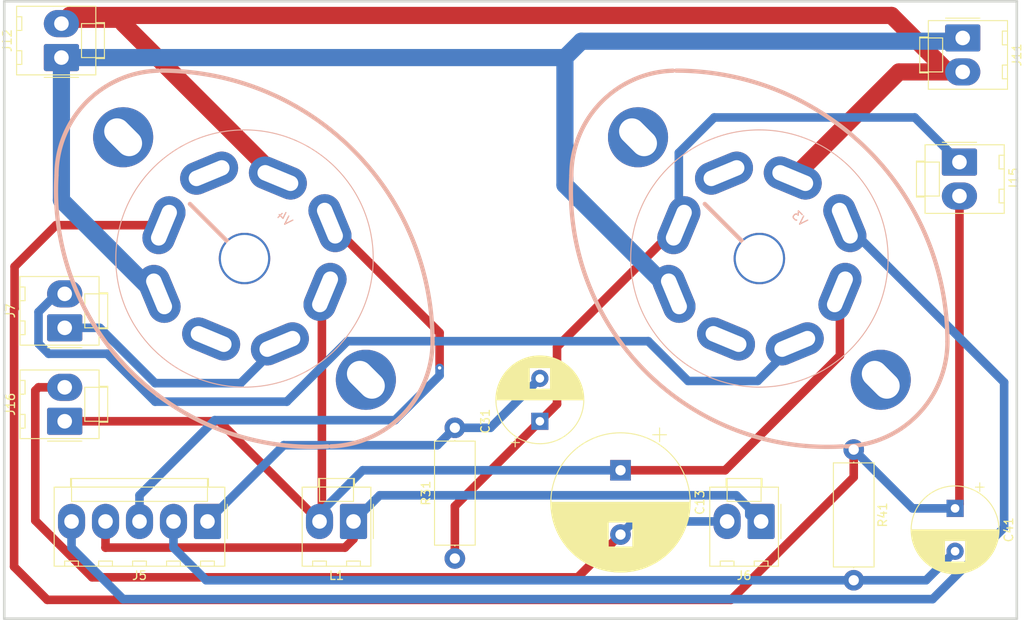
<source format=kicad_pcb>
(kicad_pcb (version 20171130) (host pcbnew "(5.1.6)-1")

  (general
    (thickness 1.6)
    (drawings 4)
    (tracks 115)
    (zones 0)
    (modules 15)
    (nets 14)
  )

  (page A3)
  (layers
    (0 F.Cu signal)
    (31 B.Cu signal)
    (32 B.Adhes user)
    (33 F.Adhes user)
    (34 B.Paste user)
    (35 F.Paste user)
    (36 B.SilkS user)
    (37 F.SilkS user)
    (38 B.Mask user)
    (39 F.Mask user)
    (40 Dwgs.User user)
    (41 Cmts.User user)
    (42 Eco1.User user)
    (43 Eco2.User user)
    (44 Edge.Cuts user)
    (45 Margin user)
    (46 B.CrtYd user)
    (47 F.CrtYd user)
    (48 B.Fab user)
    (49 F.Fab user)
  )

  (setup
    (last_trace_width 1)
    (trace_clearance 0.5)
    (zone_clearance 0.508)
    (zone_45_only no)
    (trace_min 0.2)
    (via_size 0.8)
    (via_drill 0.4)
    (via_min_size 0.4)
    (via_min_drill 0.3)
    (uvia_size 0.3)
    (uvia_drill 0.1)
    (uvias_allowed no)
    (uvia_min_size 0.2)
    (uvia_min_drill 0.1)
    (edge_width 0.1)
    (segment_width 0.2)
    (pcb_text_width 0.3)
    (pcb_text_size 1.5 1.5)
    (mod_edge_width 0.15)
    (mod_text_size 1 1)
    (mod_text_width 0.15)
    (pad_size 2.4 2.4)
    (pad_drill 1.2)
    (pad_to_mask_clearance 0)
    (aux_axis_origin 0 0)
    (visible_elements 7FFFFFFF)
    (pcbplotparams
      (layerselection 0x010fc_ffffffff)
      (usegerberextensions false)
      (usegerberattributes true)
      (usegerberadvancedattributes true)
      (creategerberjobfile true)
      (excludeedgelayer true)
      (linewidth 0.100000)
      (plotframeref false)
      (viasonmask false)
      (mode 1)
      (useauxorigin false)
      (hpglpennumber 1)
      (hpglpenspeed 20)
      (hpglpendiameter 15.000000)
      (psnegative false)
      (psa4output false)
      (plotreference true)
      (plotvalue true)
      (plotinvisibletext false)
      (padsonsilk false)
      (subtractmaskfromsilk false)
      (outputformat 1)
      (mirror false)
      (drillshape 0)
      (scaleselection 1)
      (outputdirectory "KT66/"))
  )

  (net 0 "")
  (net 1 /V3)
  (net 2 /V4)
  (net 3 /0v)
  (net 4 /+330v)
  (net 5 /PowerSupply/K3)
  (net 6 /OPT/U)
  (net 7 /OPT/W)
  (net 8 /PowerSupply/K4)
  (net 9 /-6.3v)
  (net 10 /+6.3v)
  (net 11 /OPT/X)
  (net 12 /OPT/Z)
  (net 13 /+340v)

  (net_class Default "This is the default net class."
    (clearance 0.5)
    (trace_width 1)
    (via_dia 0.8)
    (via_drill 0.4)
    (uvia_dia 0.3)
    (uvia_drill 0.1)
    (add_net /+330v)
    (add_net /+340v)
    (add_net /+6.3v)
    (add_net /-6.3v)
    (add_net /0v)
    (add_net /OPT/U)
    (add_net /OPT/W)
    (add_net /OPT/X)
    (add_net /OPT/Z)
    (add_net /PowerSupply/K3)
    (add_net /PowerSupply/K4)
    (add_net /V3)
    (add_net /V4)
  )

  (module Resistor_THT:R_Axial_DIN0414_L11.9mm_D4.5mm_P15.24mm_Horizontal (layer F.Cu) (tedit 5AE5139B) (tstamp 5F905909)
    (at 205.994 105.283 270)
    (descr "Resistor, Axial_DIN0414 series, Axial, Horizontal, pin pitch=15.24mm, 2W, length*diameter=11.9*4.5mm^2, http://www.vishay.com/docs/20128/wkxwrx.pdf")
    (tags "Resistor Axial_DIN0414 series Axial Horizontal pin pitch 15.24mm 2W length 11.9mm diameter 4.5mm")
    (path /5F7C0435/5F77C5CF)
    (fp_text reference R41 (at 7.62 -3.37 90) (layer F.SilkS)
      (effects (font (size 1 1) (thickness 0.15)))
    )
    (fp_text value "470 5W" (at 7.62 3.37 90) (layer F.Fab)
      (effects (font (size 1 1) (thickness 0.15)))
    )
    (fp_line (start 1.67 -2.25) (end 1.67 2.25) (layer F.Fab) (width 0.1))
    (fp_line (start 1.67 2.25) (end 13.57 2.25) (layer F.Fab) (width 0.1))
    (fp_line (start 13.57 2.25) (end 13.57 -2.25) (layer F.Fab) (width 0.1))
    (fp_line (start 13.57 -2.25) (end 1.67 -2.25) (layer F.Fab) (width 0.1))
    (fp_line (start 0 0) (end 1.67 0) (layer F.Fab) (width 0.1))
    (fp_line (start 15.24 0) (end 13.57 0) (layer F.Fab) (width 0.1))
    (fp_line (start 1.55 -2.37) (end 1.55 2.37) (layer F.SilkS) (width 0.12))
    (fp_line (start 1.55 2.37) (end 13.69 2.37) (layer F.SilkS) (width 0.12))
    (fp_line (start 13.69 2.37) (end 13.69 -2.37) (layer F.SilkS) (width 0.12))
    (fp_line (start 13.69 -2.37) (end 1.55 -2.37) (layer F.SilkS) (width 0.12))
    (fp_line (start 1.44 0) (end 1.55 0) (layer F.SilkS) (width 0.12))
    (fp_line (start 13.8 0) (end 13.69 0) (layer F.SilkS) (width 0.12))
    (fp_line (start -1.45 -2.5) (end -1.45 2.5) (layer F.CrtYd) (width 0.05))
    (fp_line (start -1.45 2.5) (end 16.69 2.5) (layer F.CrtYd) (width 0.05))
    (fp_line (start 16.69 2.5) (end 16.69 -2.5) (layer F.CrtYd) (width 0.05))
    (fp_line (start 16.69 -2.5) (end -1.45 -2.5) (layer F.CrtYd) (width 0.05))
    (fp_text user %R (at 7.62 0 90) (layer F.Fab)
      (effects (font (size 1 1) (thickness 0.15)))
    )
    (pad 1 thru_hole circle (at 0 0 270) (size 2.4 2.4) (drill 1.2) (layers *.Cu *.Mask)
      (net 8 /PowerSupply/K4))
    (pad 2 thru_hole oval (at 15.24 0 270) (size 2.4 2.4) (drill 1.2) (layers *.Cu *.Mask)
      (net 7 /OPT/W))
    (model ${KISYS3DMOD}/Resistor_THT.3dshapes/R_Axial_DIN0414_L11.9mm_D4.5mm_P15.24mm_Horizontal.wrl
      (at (xyz 0 0 0))
      (scale (xyz 1 1 1))
      (rotate (xyz 0 0 0))
    )
  )

  (module Capacitor_THT:CP_Radial_D10.0mm_P5.00mm (layer F.Cu) (tedit 5AE50EF1) (tstamp 5F90583E)
    (at 217.805 112.141 270)
    (descr "CP, Radial series, Radial, pin pitch=5.00mm, , diameter=10mm, Electrolytic Capacitor")
    (tags "CP Radial series Radial pin pitch 5.00mm  diameter 10mm Electrolytic Capacitor")
    (path /5F7C0435/5F77C5D5)
    (fp_text reference C41 (at 2.5 -6.25 90) (layer F.SilkS)
      (effects (font (size 1 1) (thickness 0.15)))
    )
    (fp_text value 470u (at 2.5 6.25 90) (layer F.Fab)
      (effects (font (size 1 1) (thickness 0.15)))
    )
    (fp_line (start -2.479646 -3.375) (end -2.479646 -2.375) (layer F.SilkS) (width 0.12))
    (fp_line (start -2.979646 -2.875) (end -1.979646 -2.875) (layer F.SilkS) (width 0.12))
    (fp_line (start 7.581 -0.599) (end 7.581 0.599) (layer F.SilkS) (width 0.12))
    (fp_line (start 7.541 -0.862) (end 7.541 0.862) (layer F.SilkS) (width 0.12))
    (fp_line (start 7.501 -1.062) (end 7.501 1.062) (layer F.SilkS) (width 0.12))
    (fp_line (start 7.461 -1.23) (end 7.461 1.23) (layer F.SilkS) (width 0.12))
    (fp_line (start 7.421 -1.378) (end 7.421 1.378) (layer F.SilkS) (width 0.12))
    (fp_line (start 7.381 -1.51) (end 7.381 1.51) (layer F.SilkS) (width 0.12))
    (fp_line (start 7.341 -1.63) (end 7.341 1.63) (layer F.SilkS) (width 0.12))
    (fp_line (start 7.301 -1.742) (end 7.301 1.742) (layer F.SilkS) (width 0.12))
    (fp_line (start 7.261 -1.846) (end 7.261 1.846) (layer F.SilkS) (width 0.12))
    (fp_line (start 7.221 -1.944) (end 7.221 1.944) (layer F.SilkS) (width 0.12))
    (fp_line (start 7.181 -2.037) (end 7.181 2.037) (layer F.SilkS) (width 0.12))
    (fp_line (start 7.141 -2.125) (end 7.141 2.125) (layer F.SilkS) (width 0.12))
    (fp_line (start 7.101 -2.209) (end 7.101 2.209) (layer F.SilkS) (width 0.12))
    (fp_line (start 7.061 -2.289) (end 7.061 2.289) (layer F.SilkS) (width 0.12))
    (fp_line (start 7.021 -2.365) (end 7.021 2.365) (layer F.SilkS) (width 0.12))
    (fp_line (start 6.981 -2.439) (end 6.981 2.439) (layer F.SilkS) (width 0.12))
    (fp_line (start 6.941 -2.51) (end 6.941 2.51) (layer F.SilkS) (width 0.12))
    (fp_line (start 6.901 -2.579) (end 6.901 2.579) (layer F.SilkS) (width 0.12))
    (fp_line (start 6.861 -2.645) (end 6.861 2.645) (layer F.SilkS) (width 0.12))
    (fp_line (start 6.821 -2.709) (end 6.821 2.709) (layer F.SilkS) (width 0.12))
    (fp_line (start 6.781 -2.77) (end 6.781 2.77) (layer F.SilkS) (width 0.12))
    (fp_line (start 6.741 -2.83) (end 6.741 2.83) (layer F.SilkS) (width 0.12))
    (fp_line (start 6.701 -2.889) (end 6.701 2.889) (layer F.SilkS) (width 0.12))
    (fp_line (start 6.661 -2.945) (end 6.661 2.945) (layer F.SilkS) (width 0.12))
    (fp_line (start 6.621 -3) (end 6.621 3) (layer F.SilkS) (width 0.12))
    (fp_line (start 6.581 -3.054) (end 6.581 3.054) (layer F.SilkS) (width 0.12))
    (fp_line (start 6.541 -3.106) (end 6.541 3.106) (layer F.SilkS) (width 0.12))
    (fp_line (start 6.501 -3.156) (end 6.501 3.156) (layer F.SilkS) (width 0.12))
    (fp_line (start 6.461 -3.206) (end 6.461 3.206) (layer F.SilkS) (width 0.12))
    (fp_line (start 6.421 -3.254) (end 6.421 3.254) (layer F.SilkS) (width 0.12))
    (fp_line (start 6.381 -3.301) (end 6.381 3.301) (layer F.SilkS) (width 0.12))
    (fp_line (start 6.341 -3.347) (end 6.341 3.347) (layer F.SilkS) (width 0.12))
    (fp_line (start 6.301 -3.392) (end 6.301 3.392) (layer F.SilkS) (width 0.12))
    (fp_line (start 6.261 -3.436) (end 6.261 3.436) (layer F.SilkS) (width 0.12))
    (fp_line (start 6.221 1.241) (end 6.221 3.478) (layer F.SilkS) (width 0.12))
    (fp_line (start 6.221 -3.478) (end 6.221 -1.241) (layer F.SilkS) (width 0.12))
    (fp_line (start 6.181 1.241) (end 6.181 3.52) (layer F.SilkS) (width 0.12))
    (fp_line (start 6.181 -3.52) (end 6.181 -1.241) (layer F.SilkS) (width 0.12))
    (fp_line (start 6.141 1.241) (end 6.141 3.561) (layer F.SilkS) (width 0.12))
    (fp_line (start 6.141 -3.561) (end 6.141 -1.241) (layer F.SilkS) (width 0.12))
    (fp_line (start 6.101 1.241) (end 6.101 3.601) (layer F.SilkS) (width 0.12))
    (fp_line (start 6.101 -3.601) (end 6.101 -1.241) (layer F.SilkS) (width 0.12))
    (fp_line (start 6.061 1.241) (end 6.061 3.64) (layer F.SilkS) (width 0.12))
    (fp_line (start 6.061 -3.64) (end 6.061 -1.241) (layer F.SilkS) (width 0.12))
    (fp_line (start 6.021 1.241) (end 6.021 3.679) (layer F.SilkS) (width 0.12))
    (fp_line (start 6.021 -3.679) (end 6.021 -1.241) (layer F.SilkS) (width 0.12))
    (fp_line (start 5.981 1.241) (end 5.981 3.716) (layer F.SilkS) (width 0.12))
    (fp_line (start 5.981 -3.716) (end 5.981 -1.241) (layer F.SilkS) (width 0.12))
    (fp_line (start 5.941 1.241) (end 5.941 3.753) (layer F.SilkS) (width 0.12))
    (fp_line (start 5.941 -3.753) (end 5.941 -1.241) (layer F.SilkS) (width 0.12))
    (fp_line (start 5.901 1.241) (end 5.901 3.789) (layer F.SilkS) (width 0.12))
    (fp_line (start 5.901 -3.789) (end 5.901 -1.241) (layer F.SilkS) (width 0.12))
    (fp_line (start 5.861 1.241) (end 5.861 3.824) (layer F.SilkS) (width 0.12))
    (fp_line (start 5.861 -3.824) (end 5.861 -1.241) (layer F.SilkS) (width 0.12))
    (fp_line (start 5.821 1.241) (end 5.821 3.858) (layer F.SilkS) (width 0.12))
    (fp_line (start 5.821 -3.858) (end 5.821 -1.241) (layer F.SilkS) (width 0.12))
    (fp_line (start 5.781 1.241) (end 5.781 3.892) (layer F.SilkS) (width 0.12))
    (fp_line (start 5.781 -3.892) (end 5.781 -1.241) (layer F.SilkS) (width 0.12))
    (fp_line (start 5.741 1.241) (end 5.741 3.925) (layer F.SilkS) (width 0.12))
    (fp_line (start 5.741 -3.925) (end 5.741 -1.241) (layer F.SilkS) (width 0.12))
    (fp_line (start 5.701 1.241) (end 5.701 3.957) (layer F.SilkS) (width 0.12))
    (fp_line (start 5.701 -3.957) (end 5.701 -1.241) (layer F.SilkS) (width 0.12))
    (fp_line (start 5.661 1.241) (end 5.661 3.989) (layer F.SilkS) (width 0.12))
    (fp_line (start 5.661 -3.989) (end 5.661 -1.241) (layer F.SilkS) (width 0.12))
    (fp_line (start 5.621 1.241) (end 5.621 4.02) (layer F.SilkS) (width 0.12))
    (fp_line (start 5.621 -4.02) (end 5.621 -1.241) (layer F.SilkS) (width 0.12))
    (fp_line (start 5.581 1.241) (end 5.581 4.05) (layer F.SilkS) (width 0.12))
    (fp_line (start 5.581 -4.05) (end 5.581 -1.241) (layer F.SilkS) (width 0.12))
    (fp_line (start 5.541 1.241) (end 5.541 4.08) (layer F.SilkS) (width 0.12))
    (fp_line (start 5.541 -4.08) (end 5.541 -1.241) (layer F.SilkS) (width 0.12))
    (fp_line (start 5.501 1.241) (end 5.501 4.11) (layer F.SilkS) (width 0.12))
    (fp_line (start 5.501 -4.11) (end 5.501 -1.241) (layer F.SilkS) (width 0.12))
    (fp_line (start 5.461 1.241) (end 5.461 4.138) (layer F.SilkS) (width 0.12))
    (fp_line (start 5.461 -4.138) (end 5.461 -1.241) (layer F.SilkS) (width 0.12))
    (fp_line (start 5.421 1.241) (end 5.421 4.166) (layer F.SilkS) (width 0.12))
    (fp_line (start 5.421 -4.166) (end 5.421 -1.241) (layer F.SilkS) (width 0.12))
    (fp_line (start 5.381 1.241) (end 5.381 4.194) (layer F.SilkS) (width 0.12))
    (fp_line (start 5.381 -4.194) (end 5.381 -1.241) (layer F.SilkS) (width 0.12))
    (fp_line (start 5.341 1.241) (end 5.341 4.221) (layer F.SilkS) (width 0.12))
    (fp_line (start 5.341 -4.221) (end 5.341 -1.241) (layer F.SilkS) (width 0.12))
    (fp_line (start 5.301 1.241) (end 5.301 4.247) (layer F.SilkS) (width 0.12))
    (fp_line (start 5.301 -4.247) (end 5.301 -1.241) (layer F.SilkS) (width 0.12))
    (fp_line (start 5.261 1.241) (end 5.261 4.273) (layer F.SilkS) (width 0.12))
    (fp_line (start 5.261 -4.273) (end 5.261 -1.241) (layer F.SilkS) (width 0.12))
    (fp_line (start 5.221 1.241) (end 5.221 4.298) (layer F.SilkS) (width 0.12))
    (fp_line (start 5.221 -4.298) (end 5.221 -1.241) (layer F.SilkS) (width 0.12))
    (fp_line (start 5.181 1.241) (end 5.181 4.323) (layer F.SilkS) (width 0.12))
    (fp_line (start 5.181 -4.323) (end 5.181 -1.241) (layer F.SilkS) (width 0.12))
    (fp_line (start 5.141 1.241) (end 5.141 4.347) (layer F.SilkS) (width 0.12))
    (fp_line (start 5.141 -4.347) (end 5.141 -1.241) (layer F.SilkS) (width 0.12))
    (fp_line (start 5.101 1.241) (end 5.101 4.371) (layer F.SilkS) (width 0.12))
    (fp_line (start 5.101 -4.371) (end 5.101 -1.241) (layer F.SilkS) (width 0.12))
    (fp_line (start 5.061 1.241) (end 5.061 4.395) (layer F.SilkS) (width 0.12))
    (fp_line (start 5.061 -4.395) (end 5.061 -1.241) (layer F.SilkS) (width 0.12))
    (fp_line (start 5.021 1.241) (end 5.021 4.417) (layer F.SilkS) (width 0.12))
    (fp_line (start 5.021 -4.417) (end 5.021 -1.241) (layer F.SilkS) (width 0.12))
    (fp_line (start 4.981 1.241) (end 4.981 4.44) (layer F.SilkS) (width 0.12))
    (fp_line (start 4.981 -4.44) (end 4.981 -1.241) (layer F.SilkS) (width 0.12))
    (fp_line (start 4.941 1.241) (end 4.941 4.462) (layer F.SilkS) (width 0.12))
    (fp_line (start 4.941 -4.462) (end 4.941 -1.241) (layer F.SilkS) (width 0.12))
    (fp_line (start 4.901 1.241) (end 4.901 4.483) (layer F.SilkS) (width 0.12))
    (fp_line (start 4.901 -4.483) (end 4.901 -1.241) (layer F.SilkS) (width 0.12))
    (fp_line (start 4.861 1.241) (end 4.861 4.504) (layer F.SilkS) (width 0.12))
    (fp_line (start 4.861 -4.504) (end 4.861 -1.241) (layer F.SilkS) (width 0.12))
    (fp_line (start 4.821 1.241) (end 4.821 4.525) (layer F.SilkS) (width 0.12))
    (fp_line (start 4.821 -4.525) (end 4.821 -1.241) (layer F.SilkS) (width 0.12))
    (fp_line (start 4.781 1.241) (end 4.781 4.545) (layer F.SilkS) (width 0.12))
    (fp_line (start 4.781 -4.545) (end 4.781 -1.241) (layer F.SilkS) (width 0.12))
    (fp_line (start 4.741 1.241) (end 4.741 4.564) (layer F.SilkS) (width 0.12))
    (fp_line (start 4.741 -4.564) (end 4.741 -1.241) (layer F.SilkS) (width 0.12))
    (fp_line (start 4.701 1.241) (end 4.701 4.584) (layer F.SilkS) (width 0.12))
    (fp_line (start 4.701 -4.584) (end 4.701 -1.241) (layer F.SilkS) (width 0.12))
    (fp_line (start 4.661 1.241) (end 4.661 4.603) (layer F.SilkS) (width 0.12))
    (fp_line (start 4.661 -4.603) (end 4.661 -1.241) (layer F.SilkS) (width 0.12))
    (fp_line (start 4.621 1.241) (end 4.621 4.621) (layer F.SilkS) (width 0.12))
    (fp_line (start 4.621 -4.621) (end 4.621 -1.241) (layer F.SilkS) (width 0.12))
    (fp_line (start 4.581 1.241) (end 4.581 4.639) (layer F.SilkS) (width 0.12))
    (fp_line (start 4.581 -4.639) (end 4.581 -1.241) (layer F.SilkS) (width 0.12))
    (fp_line (start 4.541 1.241) (end 4.541 4.657) (layer F.SilkS) (width 0.12))
    (fp_line (start 4.541 -4.657) (end 4.541 -1.241) (layer F.SilkS) (width 0.12))
    (fp_line (start 4.501 1.241) (end 4.501 4.674) (layer F.SilkS) (width 0.12))
    (fp_line (start 4.501 -4.674) (end 4.501 -1.241) (layer F.SilkS) (width 0.12))
    (fp_line (start 4.461 1.241) (end 4.461 4.69) (layer F.SilkS) (width 0.12))
    (fp_line (start 4.461 -4.69) (end 4.461 -1.241) (layer F.SilkS) (width 0.12))
    (fp_line (start 4.421 1.241) (end 4.421 4.707) (layer F.SilkS) (width 0.12))
    (fp_line (start 4.421 -4.707) (end 4.421 -1.241) (layer F.SilkS) (width 0.12))
    (fp_line (start 4.381 1.241) (end 4.381 4.723) (layer F.SilkS) (width 0.12))
    (fp_line (start 4.381 -4.723) (end 4.381 -1.241) (layer F.SilkS) (width 0.12))
    (fp_line (start 4.341 1.241) (end 4.341 4.738) (layer F.SilkS) (width 0.12))
    (fp_line (start 4.341 -4.738) (end 4.341 -1.241) (layer F.SilkS) (width 0.12))
    (fp_line (start 4.301 1.241) (end 4.301 4.754) (layer F.SilkS) (width 0.12))
    (fp_line (start 4.301 -4.754) (end 4.301 -1.241) (layer F.SilkS) (width 0.12))
    (fp_line (start 4.261 1.241) (end 4.261 4.768) (layer F.SilkS) (width 0.12))
    (fp_line (start 4.261 -4.768) (end 4.261 -1.241) (layer F.SilkS) (width 0.12))
    (fp_line (start 4.221 1.241) (end 4.221 4.783) (layer F.SilkS) (width 0.12))
    (fp_line (start 4.221 -4.783) (end 4.221 -1.241) (layer F.SilkS) (width 0.12))
    (fp_line (start 4.181 1.241) (end 4.181 4.797) (layer F.SilkS) (width 0.12))
    (fp_line (start 4.181 -4.797) (end 4.181 -1.241) (layer F.SilkS) (width 0.12))
    (fp_line (start 4.141 1.241) (end 4.141 4.811) (layer F.SilkS) (width 0.12))
    (fp_line (start 4.141 -4.811) (end 4.141 -1.241) (layer F.SilkS) (width 0.12))
    (fp_line (start 4.101 1.241) (end 4.101 4.824) (layer F.SilkS) (width 0.12))
    (fp_line (start 4.101 -4.824) (end 4.101 -1.241) (layer F.SilkS) (width 0.12))
    (fp_line (start 4.061 1.241) (end 4.061 4.837) (layer F.SilkS) (width 0.12))
    (fp_line (start 4.061 -4.837) (end 4.061 -1.241) (layer F.SilkS) (width 0.12))
    (fp_line (start 4.021 1.241) (end 4.021 4.85) (layer F.SilkS) (width 0.12))
    (fp_line (start 4.021 -4.85) (end 4.021 -1.241) (layer F.SilkS) (width 0.12))
    (fp_line (start 3.981 1.241) (end 3.981 4.862) (layer F.SilkS) (width 0.12))
    (fp_line (start 3.981 -4.862) (end 3.981 -1.241) (layer F.SilkS) (width 0.12))
    (fp_line (start 3.941 1.241) (end 3.941 4.874) (layer F.SilkS) (width 0.12))
    (fp_line (start 3.941 -4.874) (end 3.941 -1.241) (layer F.SilkS) (width 0.12))
    (fp_line (start 3.901 1.241) (end 3.901 4.885) (layer F.SilkS) (width 0.12))
    (fp_line (start 3.901 -4.885) (end 3.901 -1.241) (layer F.SilkS) (width 0.12))
    (fp_line (start 3.861 1.241) (end 3.861 4.897) (layer F.SilkS) (width 0.12))
    (fp_line (start 3.861 -4.897) (end 3.861 -1.241) (layer F.SilkS) (width 0.12))
    (fp_line (start 3.821 1.241) (end 3.821 4.907) (layer F.SilkS) (width 0.12))
    (fp_line (start 3.821 -4.907) (end 3.821 -1.241) (layer F.SilkS) (width 0.12))
    (fp_line (start 3.781 1.241) (end 3.781 4.918) (layer F.SilkS) (width 0.12))
    (fp_line (start 3.781 -4.918) (end 3.781 -1.241) (layer F.SilkS) (width 0.12))
    (fp_line (start 3.741 -4.928) (end 3.741 4.928) (layer F.SilkS) (width 0.12))
    (fp_line (start 3.701 -4.938) (end 3.701 4.938) (layer F.SilkS) (width 0.12))
    (fp_line (start 3.661 -4.947) (end 3.661 4.947) (layer F.SilkS) (width 0.12))
    (fp_line (start 3.621 -4.956) (end 3.621 4.956) (layer F.SilkS) (width 0.12))
    (fp_line (start 3.581 -4.965) (end 3.581 4.965) (layer F.SilkS) (width 0.12))
    (fp_line (start 3.541 -4.974) (end 3.541 4.974) (layer F.SilkS) (width 0.12))
    (fp_line (start 3.501 -4.982) (end 3.501 4.982) (layer F.SilkS) (width 0.12))
    (fp_line (start 3.461 -4.99) (end 3.461 4.99) (layer F.SilkS) (width 0.12))
    (fp_line (start 3.421 -4.997) (end 3.421 4.997) (layer F.SilkS) (width 0.12))
    (fp_line (start 3.381 -5.004) (end 3.381 5.004) (layer F.SilkS) (width 0.12))
    (fp_line (start 3.341 -5.011) (end 3.341 5.011) (layer F.SilkS) (width 0.12))
    (fp_line (start 3.301 -5.018) (end 3.301 5.018) (layer F.SilkS) (width 0.12))
    (fp_line (start 3.261 -5.024) (end 3.261 5.024) (layer F.SilkS) (width 0.12))
    (fp_line (start 3.221 -5.03) (end 3.221 5.03) (layer F.SilkS) (width 0.12))
    (fp_line (start 3.18 -5.035) (end 3.18 5.035) (layer F.SilkS) (width 0.12))
    (fp_line (start 3.14 -5.04) (end 3.14 5.04) (layer F.SilkS) (width 0.12))
    (fp_line (start 3.1 -5.045) (end 3.1 5.045) (layer F.SilkS) (width 0.12))
    (fp_line (start 3.06 -5.05) (end 3.06 5.05) (layer F.SilkS) (width 0.12))
    (fp_line (start 3.02 -5.054) (end 3.02 5.054) (layer F.SilkS) (width 0.12))
    (fp_line (start 2.98 -5.058) (end 2.98 5.058) (layer F.SilkS) (width 0.12))
    (fp_line (start 2.94 -5.062) (end 2.94 5.062) (layer F.SilkS) (width 0.12))
    (fp_line (start 2.9 -5.065) (end 2.9 5.065) (layer F.SilkS) (width 0.12))
    (fp_line (start 2.86 -5.068) (end 2.86 5.068) (layer F.SilkS) (width 0.12))
    (fp_line (start 2.82 -5.07) (end 2.82 5.07) (layer F.SilkS) (width 0.12))
    (fp_line (start 2.78 -5.073) (end 2.78 5.073) (layer F.SilkS) (width 0.12))
    (fp_line (start 2.74 -5.075) (end 2.74 5.075) (layer F.SilkS) (width 0.12))
    (fp_line (start 2.7 -5.077) (end 2.7 5.077) (layer F.SilkS) (width 0.12))
    (fp_line (start 2.66 -5.078) (end 2.66 5.078) (layer F.SilkS) (width 0.12))
    (fp_line (start 2.62 -5.079) (end 2.62 5.079) (layer F.SilkS) (width 0.12))
    (fp_line (start 2.58 -5.08) (end 2.58 5.08) (layer F.SilkS) (width 0.12))
    (fp_line (start 2.54 -5.08) (end 2.54 5.08) (layer F.SilkS) (width 0.12))
    (fp_line (start 2.5 -5.08) (end 2.5 5.08) (layer F.SilkS) (width 0.12))
    (fp_line (start -1.288861 -2.6875) (end -1.288861 -1.6875) (layer F.Fab) (width 0.1))
    (fp_line (start -1.788861 -2.1875) (end -0.788861 -2.1875) (layer F.Fab) (width 0.1))
    (fp_circle (center 2.5 0) (end 7.75 0) (layer F.CrtYd) (width 0.05))
    (fp_circle (center 2.5 0) (end 7.62 0) (layer F.SilkS) (width 0.12))
    (fp_circle (center 2.5 0) (end 7.5 0) (layer F.Fab) (width 0.1))
    (fp_text user %R (at 2.5 0 90) (layer F.Fab)
      (effects (font (size 1 1) (thickness 0.15)))
    )
    (pad 2 thru_hole circle (at 5 0 270) (size 2 2) (drill 1) (layers *.Cu *.Mask)
      (net 7 /OPT/W))
    (pad 1 thru_hole rect (at 0 0 270) (size 2 2) (drill 1) (layers *.Cu *.Mask)
      (net 8 /PowerSupply/K4))
    (model ${KISYS3DMOD}/Capacitor_THT.3dshapes/CP_Radial_D10.0mm_P5.00mm.wrl
      (at (xyz 0 0 0))
      (scale (xyz 1 1 1))
      (rotate (xyz 0 0 0))
    )
  )

  (module Capacitor_THT:CP_Radial_D10.0mm_P5.00mm (layer F.Cu) (tedit 5AE50EF1) (tstamp 5F905773)
    (at 169.418 101.981 90)
    (descr "CP, Radial series, Radial, pin pitch=5.00mm, , diameter=10mm, Electrolytic Capacitor")
    (tags "CP Radial series Radial pin pitch 5.00mm  diameter 10mm Electrolytic Capacitor")
    (path /5F7C0435/5F778A0B)
    (fp_text reference C31 (at 0 -6.35 90) (layer F.SilkS)
      (effects (font (size 1 1) (thickness 0.15)))
    )
    (fp_text value 470u (at 2.5 6.25 90) (layer F.Fab)
      (effects (font (size 1 1) (thickness 0.15)))
    )
    (fp_circle (center 2.5 0) (end 7.5 0) (layer F.Fab) (width 0.1))
    (fp_circle (center 2.5 0) (end 7.62 0) (layer F.SilkS) (width 0.12))
    (fp_circle (center 2.5 0) (end 7.75 0) (layer F.CrtYd) (width 0.05))
    (fp_line (start -1.788861 -2.1875) (end -0.788861 -2.1875) (layer F.Fab) (width 0.1))
    (fp_line (start -1.288861 -2.6875) (end -1.288861 -1.6875) (layer F.Fab) (width 0.1))
    (fp_line (start 2.5 -5.08) (end 2.5 5.08) (layer F.SilkS) (width 0.12))
    (fp_line (start 2.54 -5.08) (end 2.54 5.08) (layer F.SilkS) (width 0.12))
    (fp_line (start 2.58 -5.08) (end 2.58 5.08) (layer F.SilkS) (width 0.12))
    (fp_line (start 2.62 -5.079) (end 2.62 5.079) (layer F.SilkS) (width 0.12))
    (fp_line (start 2.66 -5.078) (end 2.66 5.078) (layer F.SilkS) (width 0.12))
    (fp_line (start 2.7 -5.077) (end 2.7 5.077) (layer F.SilkS) (width 0.12))
    (fp_line (start 2.74 -5.075) (end 2.74 5.075) (layer F.SilkS) (width 0.12))
    (fp_line (start 2.78 -5.073) (end 2.78 5.073) (layer F.SilkS) (width 0.12))
    (fp_line (start 2.82 -5.07) (end 2.82 5.07) (layer F.SilkS) (width 0.12))
    (fp_line (start 2.86 -5.068) (end 2.86 5.068) (layer F.SilkS) (width 0.12))
    (fp_line (start 2.9 -5.065) (end 2.9 5.065) (layer F.SilkS) (width 0.12))
    (fp_line (start 2.94 -5.062) (end 2.94 5.062) (layer F.SilkS) (width 0.12))
    (fp_line (start 2.98 -5.058) (end 2.98 5.058) (layer F.SilkS) (width 0.12))
    (fp_line (start 3.02 -5.054) (end 3.02 5.054) (layer F.SilkS) (width 0.12))
    (fp_line (start 3.06 -5.05) (end 3.06 5.05) (layer F.SilkS) (width 0.12))
    (fp_line (start 3.1 -5.045) (end 3.1 5.045) (layer F.SilkS) (width 0.12))
    (fp_line (start 3.14 -5.04) (end 3.14 5.04) (layer F.SilkS) (width 0.12))
    (fp_line (start 3.18 -5.035) (end 3.18 5.035) (layer F.SilkS) (width 0.12))
    (fp_line (start 3.221 -5.03) (end 3.221 5.03) (layer F.SilkS) (width 0.12))
    (fp_line (start 3.261 -5.024) (end 3.261 5.024) (layer F.SilkS) (width 0.12))
    (fp_line (start 3.301 -5.018) (end 3.301 5.018) (layer F.SilkS) (width 0.12))
    (fp_line (start 3.341 -5.011) (end 3.341 5.011) (layer F.SilkS) (width 0.12))
    (fp_line (start 3.381 -5.004) (end 3.381 5.004) (layer F.SilkS) (width 0.12))
    (fp_line (start 3.421 -4.997) (end 3.421 4.997) (layer F.SilkS) (width 0.12))
    (fp_line (start 3.461 -4.99) (end 3.461 4.99) (layer F.SilkS) (width 0.12))
    (fp_line (start 3.501 -4.982) (end 3.501 4.982) (layer F.SilkS) (width 0.12))
    (fp_line (start 3.541 -4.974) (end 3.541 4.974) (layer F.SilkS) (width 0.12))
    (fp_line (start 3.581 -4.965) (end 3.581 4.965) (layer F.SilkS) (width 0.12))
    (fp_line (start 3.621 -4.956) (end 3.621 4.956) (layer F.SilkS) (width 0.12))
    (fp_line (start 3.661 -4.947) (end 3.661 4.947) (layer F.SilkS) (width 0.12))
    (fp_line (start 3.701 -4.938) (end 3.701 4.938) (layer F.SilkS) (width 0.12))
    (fp_line (start 3.741 -4.928) (end 3.741 4.928) (layer F.SilkS) (width 0.12))
    (fp_line (start 3.781 -4.918) (end 3.781 -1.241) (layer F.SilkS) (width 0.12))
    (fp_line (start 3.781 1.241) (end 3.781 4.918) (layer F.SilkS) (width 0.12))
    (fp_line (start 3.821 -4.907) (end 3.821 -1.241) (layer F.SilkS) (width 0.12))
    (fp_line (start 3.821 1.241) (end 3.821 4.907) (layer F.SilkS) (width 0.12))
    (fp_line (start 3.861 -4.897) (end 3.861 -1.241) (layer F.SilkS) (width 0.12))
    (fp_line (start 3.861 1.241) (end 3.861 4.897) (layer F.SilkS) (width 0.12))
    (fp_line (start 3.901 -4.885) (end 3.901 -1.241) (layer F.SilkS) (width 0.12))
    (fp_line (start 3.901 1.241) (end 3.901 4.885) (layer F.SilkS) (width 0.12))
    (fp_line (start 3.941 -4.874) (end 3.941 -1.241) (layer F.SilkS) (width 0.12))
    (fp_line (start 3.941 1.241) (end 3.941 4.874) (layer F.SilkS) (width 0.12))
    (fp_line (start 3.981 -4.862) (end 3.981 -1.241) (layer F.SilkS) (width 0.12))
    (fp_line (start 3.981 1.241) (end 3.981 4.862) (layer F.SilkS) (width 0.12))
    (fp_line (start 4.021 -4.85) (end 4.021 -1.241) (layer F.SilkS) (width 0.12))
    (fp_line (start 4.021 1.241) (end 4.021 4.85) (layer F.SilkS) (width 0.12))
    (fp_line (start 4.061 -4.837) (end 4.061 -1.241) (layer F.SilkS) (width 0.12))
    (fp_line (start 4.061 1.241) (end 4.061 4.837) (layer F.SilkS) (width 0.12))
    (fp_line (start 4.101 -4.824) (end 4.101 -1.241) (layer F.SilkS) (width 0.12))
    (fp_line (start 4.101 1.241) (end 4.101 4.824) (layer F.SilkS) (width 0.12))
    (fp_line (start 4.141 -4.811) (end 4.141 -1.241) (layer F.SilkS) (width 0.12))
    (fp_line (start 4.141 1.241) (end 4.141 4.811) (layer F.SilkS) (width 0.12))
    (fp_line (start 4.181 -4.797) (end 4.181 -1.241) (layer F.SilkS) (width 0.12))
    (fp_line (start 4.181 1.241) (end 4.181 4.797) (layer F.SilkS) (width 0.12))
    (fp_line (start 4.221 -4.783) (end 4.221 -1.241) (layer F.SilkS) (width 0.12))
    (fp_line (start 4.221 1.241) (end 4.221 4.783) (layer F.SilkS) (width 0.12))
    (fp_line (start 4.261 -4.768) (end 4.261 -1.241) (layer F.SilkS) (width 0.12))
    (fp_line (start 4.261 1.241) (end 4.261 4.768) (layer F.SilkS) (width 0.12))
    (fp_line (start 4.301 -4.754) (end 4.301 -1.241) (layer F.SilkS) (width 0.12))
    (fp_line (start 4.301 1.241) (end 4.301 4.754) (layer F.SilkS) (width 0.12))
    (fp_line (start 4.341 -4.738) (end 4.341 -1.241) (layer F.SilkS) (width 0.12))
    (fp_line (start 4.341 1.241) (end 4.341 4.738) (layer F.SilkS) (width 0.12))
    (fp_line (start 4.381 -4.723) (end 4.381 -1.241) (layer F.SilkS) (width 0.12))
    (fp_line (start 4.381 1.241) (end 4.381 4.723) (layer F.SilkS) (width 0.12))
    (fp_line (start 4.421 -4.707) (end 4.421 -1.241) (layer F.SilkS) (width 0.12))
    (fp_line (start 4.421 1.241) (end 4.421 4.707) (layer F.SilkS) (width 0.12))
    (fp_line (start 4.461 -4.69) (end 4.461 -1.241) (layer F.SilkS) (width 0.12))
    (fp_line (start 4.461 1.241) (end 4.461 4.69) (layer F.SilkS) (width 0.12))
    (fp_line (start 4.501 -4.674) (end 4.501 -1.241) (layer F.SilkS) (width 0.12))
    (fp_line (start 4.501 1.241) (end 4.501 4.674) (layer F.SilkS) (width 0.12))
    (fp_line (start 4.541 -4.657) (end 4.541 -1.241) (layer F.SilkS) (width 0.12))
    (fp_line (start 4.541 1.241) (end 4.541 4.657) (layer F.SilkS) (width 0.12))
    (fp_line (start 4.581 -4.639) (end 4.581 -1.241) (layer F.SilkS) (width 0.12))
    (fp_line (start 4.581 1.241) (end 4.581 4.639) (layer F.SilkS) (width 0.12))
    (fp_line (start 4.621 -4.621) (end 4.621 -1.241) (layer F.SilkS) (width 0.12))
    (fp_line (start 4.621 1.241) (end 4.621 4.621) (layer F.SilkS) (width 0.12))
    (fp_line (start 4.661 -4.603) (end 4.661 -1.241) (layer F.SilkS) (width 0.12))
    (fp_line (start 4.661 1.241) (end 4.661 4.603) (layer F.SilkS) (width 0.12))
    (fp_line (start 4.701 -4.584) (end 4.701 -1.241) (layer F.SilkS) (width 0.12))
    (fp_line (start 4.701 1.241) (end 4.701 4.584) (layer F.SilkS) (width 0.12))
    (fp_line (start 4.741 -4.564) (end 4.741 -1.241) (layer F.SilkS) (width 0.12))
    (fp_line (start 4.741 1.241) (end 4.741 4.564) (layer F.SilkS) (width 0.12))
    (fp_line (start 4.781 -4.545) (end 4.781 -1.241) (layer F.SilkS) (width 0.12))
    (fp_line (start 4.781 1.241) (end 4.781 4.545) (layer F.SilkS) (width 0.12))
    (fp_line (start 4.821 -4.525) (end 4.821 -1.241) (layer F.SilkS) (width 0.12))
    (fp_line (start 4.821 1.241) (end 4.821 4.525) (layer F.SilkS) (width 0.12))
    (fp_line (start 4.861 -4.504) (end 4.861 -1.241) (layer F.SilkS) (width 0.12))
    (fp_line (start 4.861 1.241) (end 4.861 4.504) (layer F.SilkS) (width 0.12))
    (fp_line (start 4.901 -4.483) (end 4.901 -1.241) (layer F.SilkS) (width 0.12))
    (fp_line (start 4.901 1.241) (end 4.901 4.483) (layer F.SilkS) (width 0.12))
    (fp_line (start 4.941 -4.462) (end 4.941 -1.241) (layer F.SilkS) (width 0.12))
    (fp_line (start 4.941 1.241) (end 4.941 4.462) (layer F.SilkS) (width 0.12))
    (fp_line (start 4.981 -4.44) (end 4.981 -1.241) (layer F.SilkS) (width 0.12))
    (fp_line (start 4.981 1.241) (end 4.981 4.44) (layer F.SilkS) (width 0.12))
    (fp_line (start 5.021 -4.417) (end 5.021 -1.241) (layer F.SilkS) (width 0.12))
    (fp_line (start 5.021 1.241) (end 5.021 4.417) (layer F.SilkS) (width 0.12))
    (fp_line (start 5.061 -4.395) (end 5.061 -1.241) (layer F.SilkS) (width 0.12))
    (fp_line (start 5.061 1.241) (end 5.061 4.395) (layer F.SilkS) (width 0.12))
    (fp_line (start 5.101 -4.371) (end 5.101 -1.241) (layer F.SilkS) (width 0.12))
    (fp_line (start 5.101 1.241) (end 5.101 4.371) (layer F.SilkS) (width 0.12))
    (fp_line (start 5.141 -4.347) (end 5.141 -1.241) (layer F.SilkS) (width 0.12))
    (fp_line (start 5.141 1.241) (end 5.141 4.347) (layer F.SilkS) (width 0.12))
    (fp_line (start 5.181 -4.323) (end 5.181 -1.241) (layer F.SilkS) (width 0.12))
    (fp_line (start 5.181 1.241) (end 5.181 4.323) (layer F.SilkS) (width 0.12))
    (fp_line (start 5.221 -4.298) (end 5.221 -1.241) (layer F.SilkS) (width 0.12))
    (fp_line (start 5.221 1.241) (end 5.221 4.298) (layer F.SilkS) (width 0.12))
    (fp_line (start 5.261 -4.273) (end 5.261 -1.241) (layer F.SilkS) (width 0.12))
    (fp_line (start 5.261 1.241) (end 5.261 4.273) (layer F.SilkS) (width 0.12))
    (fp_line (start 5.301 -4.247) (end 5.301 -1.241) (layer F.SilkS) (width 0.12))
    (fp_line (start 5.301 1.241) (end 5.301 4.247) (layer F.SilkS) (width 0.12))
    (fp_line (start 5.341 -4.221) (end 5.341 -1.241) (layer F.SilkS) (width 0.12))
    (fp_line (start 5.341 1.241) (end 5.341 4.221) (layer F.SilkS) (width 0.12))
    (fp_line (start 5.381 -4.194) (end 5.381 -1.241) (layer F.SilkS) (width 0.12))
    (fp_line (start 5.381 1.241) (end 5.381 4.194) (layer F.SilkS) (width 0.12))
    (fp_line (start 5.421 -4.166) (end 5.421 -1.241) (layer F.SilkS) (width 0.12))
    (fp_line (start 5.421 1.241) (end 5.421 4.166) (layer F.SilkS) (width 0.12))
    (fp_line (start 5.461 -4.138) (end 5.461 -1.241) (layer F.SilkS) (width 0.12))
    (fp_line (start 5.461 1.241) (end 5.461 4.138) (layer F.SilkS) (width 0.12))
    (fp_line (start 5.501 -4.11) (end 5.501 -1.241) (layer F.SilkS) (width 0.12))
    (fp_line (start 5.501 1.241) (end 5.501 4.11) (layer F.SilkS) (width 0.12))
    (fp_line (start 5.541 -4.08) (end 5.541 -1.241) (layer F.SilkS) (width 0.12))
    (fp_line (start 5.541 1.241) (end 5.541 4.08) (layer F.SilkS) (width 0.12))
    (fp_line (start 5.581 -4.05) (end 5.581 -1.241) (layer F.SilkS) (width 0.12))
    (fp_line (start 5.581 1.241) (end 5.581 4.05) (layer F.SilkS) (width 0.12))
    (fp_line (start 5.621 -4.02) (end 5.621 -1.241) (layer F.SilkS) (width 0.12))
    (fp_line (start 5.621 1.241) (end 5.621 4.02) (layer F.SilkS) (width 0.12))
    (fp_line (start 5.661 -3.989) (end 5.661 -1.241) (layer F.SilkS) (width 0.12))
    (fp_line (start 5.661 1.241) (end 5.661 3.989) (layer F.SilkS) (width 0.12))
    (fp_line (start 5.701 -3.957) (end 5.701 -1.241) (layer F.SilkS) (width 0.12))
    (fp_line (start 5.701 1.241) (end 5.701 3.957) (layer F.SilkS) (width 0.12))
    (fp_line (start 5.741 -3.925) (end 5.741 -1.241) (layer F.SilkS) (width 0.12))
    (fp_line (start 5.741 1.241) (end 5.741 3.925) (layer F.SilkS) (width 0.12))
    (fp_line (start 5.781 -3.892) (end 5.781 -1.241) (layer F.SilkS) (width 0.12))
    (fp_line (start 5.781 1.241) (end 5.781 3.892) (layer F.SilkS) (width 0.12))
    (fp_line (start 5.821 -3.858) (end 5.821 -1.241) (layer F.SilkS) (width 0.12))
    (fp_line (start 5.821 1.241) (end 5.821 3.858) (layer F.SilkS) (width 0.12))
    (fp_line (start 5.861 -3.824) (end 5.861 -1.241) (layer F.SilkS) (width 0.12))
    (fp_line (start 5.861 1.241) (end 5.861 3.824) (layer F.SilkS) (width 0.12))
    (fp_line (start 5.901 -3.789) (end 5.901 -1.241) (layer F.SilkS) (width 0.12))
    (fp_line (start 5.901 1.241) (end 5.901 3.789) (layer F.SilkS) (width 0.12))
    (fp_line (start 5.941 -3.753) (end 5.941 -1.241) (layer F.SilkS) (width 0.12))
    (fp_line (start 5.941 1.241) (end 5.941 3.753) (layer F.SilkS) (width 0.12))
    (fp_line (start 5.981 -3.716) (end 5.981 -1.241) (layer F.SilkS) (width 0.12))
    (fp_line (start 5.981 1.241) (end 5.981 3.716) (layer F.SilkS) (width 0.12))
    (fp_line (start 6.021 -3.679) (end 6.021 -1.241) (layer F.SilkS) (width 0.12))
    (fp_line (start 6.021 1.241) (end 6.021 3.679) (layer F.SilkS) (width 0.12))
    (fp_line (start 6.061 -3.64) (end 6.061 -1.241) (layer F.SilkS) (width 0.12))
    (fp_line (start 6.061 1.241) (end 6.061 3.64) (layer F.SilkS) (width 0.12))
    (fp_line (start 6.101 -3.601) (end 6.101 -1.241) (layer F.SilkS) (width 0.12))
    (fp_line (start 6.101 1.241) (end 6.101 3.601) (layer F.SilkS) (width 0.12))
    (fp_line (start 6.141 -3.561) (end 6.141 -1.241) (layer F.SilkS) (width 0.12))
    (fp_line (start 6.141 1.241) (end 6.141 3.561) (layer F.SilkS) (width 0.12))
    (fp_line (start 6.181 -3.52) (end 6.181 -1.241) (layer F.SilkS) (width 0.12))
    (fp_line (start 6.181 1.241) (end 6.181 3.52) (layer F.SilkS) (width 0.12))
    (fp_line (start 6.221 -3.478) (end 6.221 -1.241) (layer F.SilkS) (width 0.12))
    (fp_line (start 6.221 1.241) (end 6.221 3.478) (layer F.SilkS) (width 0.12))
    (fp_line (start 6.261 -3.436) (end 6.261 3.436) (layer F.SilkS) (width 0.12))
    (fp_line (start 6.301 -3.392) (end 6.301 3.392) (layer F.SilkS) (width 0.12))
    (fp_line (start 6.341 -3.347) (end 6.341 3.347) (layer F.SilkS) (width 0.12))
    (fp_line (start 6.381 -3.301) (end 6.381 3.301) (layer F.SilkS) (width 0.12))
    (fp_line (start 6.421 -3.254) (end 6.421 3.254) (layer F.SilkS) (width 0.12))
    (fp_line (start 6.461 -3.206) (end 6.461 3.206) (layer F.SilkS) (width 0.12))
    (fp_line (start 6.501 -3.156) (end 6.501 3.156) (layer F.SilkS) (width 0.12))
    (fp_line (start 6.541 -3.106) (end 6.541 3.106) (layer F.SilkS) (width 0.12))
    (fp_line (start 6.581 -3.054) (end 6.581 3.054) (layer F.SilkS) (width 0.12))
    (fp_line (start 6.621 -3) (end 6.621 3) (layer F.SilkS) (width 0.12))
    (fp_line (start 6.661 -2.945) (end 6.661 2.945) (layer F.SilkS) (width 0.12))
    (fp_line (start 6.701 -2.889) (end 6.701 2.889) (layer F.SilkS) (width 0.12))
    (fp_line (start 6.741 -2.83) (end 6.741 2.83) (layer F.SilkS) (width 0.12))
    (fp_line (start 6.781 -2.77) (end 6.781 2.77) (layer F.SilkS) (width 0.12))
    (fp_line (start 6.821 -2.709) (end 6.821 2.709) (layer F.SilkS) (width 0.12))
    (fp_line (start 6.861 -2.645) (end 6.861 2.645) (layer F.SilkS) (width 0.12))
    (fp_line (start 6.901 -2.579) (end 6.901 2.579) (layer F.SilkS) (width 0.12))
    (fp_line (start 6.941 -2.51) (end 6.941 2.51) (layer F.SilkS) (width 0.12))
    (fp_line (start 6.981 -2.439) (end 6.981 2.439) (layer F.SilkS) (width 0.12))
    (fp_line (start 7.021 -2.365) (end 7.021 2.365) (layer F.SilkS) (width 0.12))
    (fp_line (start 7.061 -2.289) (end 7.061 2.289) (layer F.SilkS) (width 0.12))
    (fp_line (start 7.101 -2.209) (end 7.101 2.209) (layer F.SilkS) (width 0.12))
    (fp_line (start 7.141 -2.125) (end 7.141 2.125) (layer F.SilkS) (width 0.12))
    (fp_line (start 7.181 -2.037) (end 7.181 2.037) (layer F.SilkS) (width 0.12))
    (fp_line (start 7.221 -1.944) (end 7.221 1.944) (layer F.SilkS) (width 0.12))
    (fp_line (start 7.261 -1.846) (end 7.261 1.846) (layer F.SilkS) (width 0.12))
    (fp_line (start 7.301 -1.742) (end 7.301 1.742) (layer F.SilkS) (width 0.12))
    (fp_line (start 7.341 -1.63) (end 7.341 1.63) (layer F.SilkS) (width 0.12))
    (fp_line (start 7.381 -1.51) (end 7.381 1.51) (layer F.SilkS) (width 0.12))
    (fp_line (start 7.421 -1.378) (end 7.421 1.378) (layer F.SilkS) (width 0.12))
    (fp_line (start 7.461 -1.23) (end 7.461 1.23) (layer F.SilkS) (width 0.12))
    (fp_line (start 7.501 -1.062) (end 7.501 1.062) (layer F.SilkS) (width 0.12))
    (fp_line (start 7.541 -0.862) (end 7.541 0.862) (layer F.SilkS) (width 0.12))
    (fp_line (start 7.581 -0.599) (end 7.581 0.599) (layer F.SilkS) (width 0.12))
    (fp_line (start -2.979646 -2.875) (end -1.979646 -2.875) (layer F.SilkS) (width 0.12))
    (fp_line (start -2.479646 -3.375) (end -2.479646 -2.375) (layer F.SilkS) (width 0.12))
    (fp_text user %R (at 2.5 0 90) (layer F.Fab)
      (effects (font (size 1 1) (thickness 0.15)))
    )
    (pad 1 thru_hole rect (at 0 0 90) (size 2 2) (drill 1) (layers *.Cu *.Mask)
      (net 5 /PowerSupply/K3))
    (pad 2 thru_hole circle (at 5 0 90) (size 2 2) (drill 1) (layers *.Cu *.Mask)
      (net 6 /OPT/U))
    (model ${KISYS3DMOD}/Capacitor_THT.3dshapes/CP_Radial_D10.0mm_P5.00mm.wrl
      (at (xyz 0 0 0))
      (scale (xyz 1 1 1))
      (rotate (xyz 0 0 0))
    )
  )

  (module KIT:Valve_Octal (layer B.Cu) (tedit 5EC5AA94) (tstamp 5F90575C)
    (at 195 83 315)
    (descr "8-pin round valve")
    (tags valve)
    (path /5F7C0435/5F7CA359)
    (fp_text reference V3 (at 0 -6.604 135) (layer B.SilkS)
      (effects (font (size 1 1) (thickness 0.15)) (justify mirror))
    )
    (fp_text value KT66 (at 0 4.94878 135) (layer B.Fab)
      (effects (font (size 1 1) (thickness 0.15)) (justify mirror))
    )
    (fp_circle (center 0 0) (end 15 0) (layer B.CrtYd) (width 0.05))
    (fp_circle (center 0 0) (end 15 0) (layer B.SilkS) (width 0.12))
    (fp_circle (center 0 0) (end -4.297097 10.37411) (layer B.Fab) (width 0.1))
    (fp_line (start 0 0) (end -9 0) (layer B.SilkS) (width 0.5))
    (fp_arc (start 0 -11.176) (end 22.351999 8.635999) (angle 96.8947737) (layer B.SilkS) (width 0.5))
    (fp_text user %R (at 0 -4.064 135) (layer B.Fab)
      (effects (font (size 1 1) (thickness 0.15)) (justify mirror))
    )
    (fp_arc (start 13.716 0) (end 22.351999 -8.635999) (angle 88.2) (layer B.SilkS) (width 0.5))
    (fp_arc (start -13.716 0) (end -22.351999 8.635999) (angle 88.26429541) (layer B.SilkS) (width 0.5))
    (fp_arc (start 0 13.716) (end -22.351999 -8.635999) (angle 90) (layer B.SilkS) (width 0.5))
    (pad 1 thru_hole oval (at -9.95601 -4.123914 22.5) (size 7 3.8) (drill oval 5 1.8) (layers *.Cu *.Mask))
    (pad 2 thru_hole oval (at -3.888064 -9.386616 157.5) (size 7 3.8) (drill oval 5 1.8) (layers *.Cu *.Mask)
      (net 10 /+6.3v))
    (pad 3 thru_hole oval (at 4.123914 -9.95601 292.5) (size 7 3.8) (drill oval 5 1.8) (layers *.Cu *.Mask)
      (net 12 /OPT/Z))
    (pad 4 thru_hole oval (at 9.386616 -3.888064 67.5) (size 7 3.8) (drill oval 5 1.8) (layers *.Cu *.Mask)
      (net 4 /+330v))
    (pad 5 thru_hole oval (at 9.95601 4.123914 22.5) (size 7 3.8) (drill oval 5 1.8) (layers *.Cu *.Mask)
      (net 1 /V3))
    (pad 6 thru_hole oval (at 3.888064 9.386616 337.5) (size 7 3.8) (drill oval 5 1.8) (layers *.Cu *.Mask))
    (pad 7 thru_hole oval (at -4.123914 9.95601 112.5) (size 7 3.8) (drill oval 5 1.8) (layers *.Cu *.Mask)
      (net 9 /-6.3v))
    (pad 8 thru_hole oval (at -9.386616 3.888064 67.5) (size 7 3.8) (drill oval 5 1.8) (layers *.Cu *.Mask)
      (net 5 /PowerSupply/K3))
    (pad "" thru_hole circle (at 0 0 67.5) (size 6 6) (drill 5.5) (layers *.Cu *.Mask))
    (pad 9 thru_hole circle (at -20 0 315) (size 7 7) (drill oval 5 3) (layers *.Cu *.Mask))
    (pad 10 thru_hole circle (at 20 0 315) (size 7 7) (drill oval 5 3) (layers *.Cu *.Mask))
    (model ${KISYS3DMOD}/Valve.3dshapes/Valve_Octal.wrl
      (at (xyz 0 0 0))
      (scale (xyz 1 1 1))
      (rotate (xyz 0 0 0))
    )
  )

  (module Resistor_THT:R_Axial_DIN0414_L11.9mm_D4.5mm_P15.24mm_Horizontal (layer F.Cu) (tedit 5AE5139B) (tstamp 5F905746)
    (at 159.512 117.983 90)
    (descr "Resistor, Axial_DIN0414 series, Axial, Horizontal, pin pitch=15.24mm, 2W, length*diameter=11.9*4.5mm^2, http://www.vishay.com/docs/20128/wkxwrx.pdf")
    (tags "Resistor Axial_DIN0414 series Axial Horizontal pin pitch 15.24mm 2W length 11.9mm diameter 4.5mm")
    (path /5F7C0435/5F7778FE)
    (fp_text reference R31 (at 7.62 -3.37 90) (layer F.SilkS)
      (effects (font (size 1 1) (thickness 0.15)))
    )
    (fp_text value "470 5W" (at 7.62 3.37 90) (layer F.Fab)
      (effects (font (size 1 1) (thickness 0.15)))
    )
    (fp_line (start 1.67 -2.25) (end 1.67 2.25) (layer F.Fab) (width 0.1))
    (fp_line (start 1.67 2.25) (end 13.57 2.25) (layer F.Fab) (width 0.1))
    (fp_line (start 13.57 2.25) (end 13.57 -2.25) (layer F.Fab) (width 0.1))
    (fp_line (start 13.57 -2.25) (end 1.67 -2.25) (layer F.Fab) (width 0.1))
    (fp_line (start 0 0) (end 1.67 0) (layer F.Fab) (width 0.1))
    (fp_line (start 15.24 0) (end 13.57 0) (layer F.Fab) (width 0.1))
    (fp_line (start 1.55 -2.37) (end 1.55 2.37) (layer F.SilkS) (width 0.12))
    (fp_line (start 1.55 2.37) (end 13.69 2.37) (layer F.SilkS) (width 0.12))
    (fp_line (start 13.69 2.37) (end 13.69 -2.37) (layer F.SilkS) (width 0.12))
    (fp_line (start 13.69 -2.37) (end 1.55 -2.37) (layer F.SilkS) (width 0.12))
    (fp_line (start 1.44 0) (end 1.55 0) (layer F.SilkS) (width 0.12))
    (fp_line (start 13.8 0) (end 13.69 0) (layer F.SilkS) (width 0.12))
    (fp_line (start -1.45 -2.5) (end -1.45 2.5) (layer F.CrtYd) (width 0.05))
    (fp_line (start -1.45 2.5) (end 16.69 2.5) (layer F.CrtYd) (width 0.05))
    (fp_line (start 16.69 2.5) (end 16.69 -2.5) (layer F.CrtYd) (width 0.05))
    (fp_line (start 16.69 -2.5) (end -1.45 -2.5) (layer F.CrtYd) (width 0.05))
    (fp_text user %R (at 7.62 0 90) (layer F.Fab)
      (effects (font (size 1 1) (thickness 0.15)))
    )
    (pad 1 thru_hole circle (at 0 0 90) (size 2.4 2.4) (drill 1.2) (layers *.Cu *.Mask)
      (net 5 /PowerSupply/K3))
    (pad 2 thru_hole oval (at 15.24 0 90) (size 2.4 2.4) (drill 1.2) (layers *.Cu *.Mask)
      (net 6 /OPT/U))
    (model ${KISYS3DMOD}/Resistor_THT.3dshapes/R_Axial_DIN0414_L11.9mm_D4.5mm_P15.24mm_Horizontal.wrl
      (at (xyz 0 0 0))
      (scale (xyz 1 1 1))
      (rotate (xyz 0 0 0))
    )
  )

  (module Connector_Molex:Molex_KK-396_A-41791-0002_1x02_P3.96mm_Vertical (layer F.Cu) (tedit 5DC431B4) (tstamp 5F90571D)
    (at 114.046 91.082 90)
    (descr "Molex KK 396 Interconnect System, old/engineering part number: A-41791-0002 example for new part number: 26-60-4020, 2 Pins (https://www.molex.com/pdm_docs/sd/026604020_sd.pdf), generated with kicad-footprint-generator")
    (tags "connector Molex KK-396 vertical")
    (path /5F7C0435/5F8B91DB)
    (fp_text reference J7 (at 1.98 -6.31 90) (layer F.SilkS)
      (effects (font (size 1 1) (thickness 0.15)))
    )
    (fp_text value ~ (at 1.98 6.1 90) (layer F.Fab)
      (effects (font (size 1 1) (thickness 0.15)))
    )
    (fp_line (start -1.91 -5.11) (end 5.87 -5.11) (layer F.Fab) (width 0.1))
    (fp_line (start 5.87 -5.11) (end 5.87 3.895) (layer F.Fab) (width 0.1))
    (fp_line (start 5.87 3.895) (end 3.965 3.895) (layer F.Fab) (width 0.1))
    (fp_line (start 3.965 3.895) (end 3.965 4.9) (layer F.Fab) (width 0.1))
    (fp_line (start 3.965 4.9) (end -0.005 4.9) (layer F.Fab) (width 0.1))
    (fp_line (start -0.005 4.9) (end -0.005 3.895) (layer F.Fab) (width 0.1))
    (fp_line (start -0.005 3.895) (end -1.91 3.895) (layer F.Fab) (width 0.1))
    (fp_line (start -1.91 3.895) (end -1.91 -5.11) (layer F.Fab) (width 0.1))
    (fp_line (start -2.02 -5.22) (end 5.98 -5.22) (layer F.SilkS) (width 0.12))
    (fp_line (start 5.98 -5.22) (end 5.98 4.005) (layer F.SilkS) (width 0.12))
    (fp_line (start 5.98 4.005) (end 4.075 4.005) (layer F.SilkS) (width 0.12))
    (fp_line (start 4.075 4.005) (end 4.075 5.01) (layer F.SilkS) (width 0.12))
    (fp_line (start 4.075 5.01) (end -0.115 5.01) (layer F.SilkS) (width 0.12))
    (fp_line (start -0.115 5.01) (end -0.115 4.005) (layer F.SilkS) (width 0.12))
    (fp_line (start -0.115 4.005) (end -2.02 4.005) (layer F.SilkS) (width 0.12))
    (fp_line (start -2.02 4.005) (end -2.02 -5.22) (layer F.SilkS) (width 0.12))
    (fp_line (start -2.31 -2) (end -2.31 2) (layer F.SilkS) (width 0.12))
    (fp_line (start -1.91 -0.5) (end -1.202893 0) (layer F.Fab) (width 0.1))
    (fp_line (start -1.202893 0) (end -1.91 0.5) (layer F.Fab) (width 0.1))
    (fp_line (start 0 5.01) (end 0 4.01) (layer F.SilkS) (width 0.12))
    (fp_line (start 0 4.01) (end 3.96 4.01) (layer F.SilkS) (width 0.12))
    (fp_line (start 3.96 4.01) (end 3.96 5.01) (layer F.SilkS) (width 0.12))
    (fp_line (start 0 4.01) (end 0 2.34) (layer F.SilkS) (width 0.12))
    (fp_line (start 0 2.34) (end 3.96 2.34) (layer F.SilkS) (width 0.12))
    (fp_line (start 3.96 2.34) (end 3.96 4.01) (layer F.SilkS) (width 0.12))
    (fp_line (start -0.8 -5.22) (end -0.8 -4.62) (layer F.SilkS) (width 0.12))
    (fp_line (start -0.8 -4.62) (end 0.8 -4.62) (layer F.SilkS) (width 0.12))
    (fp_line (start 0.8 -4.62) (end 0.8 -5.22) (layer F.SilkS) (width 0.12))
    (fp_line (start 3.16 -5.22) (end 3.16 -4.62) (layer F.SilkS) (width 0.12))
    (fp_line (start 3.16 -4.62) (end 4.76 -4.62) (layer F.SilkS) (width 0.12))
    (fp_line (start 4.76 -4.62) (end 4.76 -5.22) (layer F.SilkS) (width 0.12))
    (fp_line (start -2.41 -5.61) (end -2.41 5.4) (layer F.CrtYd) (width 0.05))
    (fp_line (start -2.41 5.4) (end 6.37 5.4) (layer F.CrtYd) (width 0.05))
    (fp_line (start 6.37 5.4) (end 6.37 -5.61) (layer F.CrtYd) (width 0.05))
    (fp_line (start 6.37 -5.61) (end -2.41 -5.61) (layer F.CrtYd) (width 0.05))
    (fp_text user %R (at 1.98 -4.41 90) (layer F.Fab)
      (effects (font (size 1 1) (thickness 0.15)))
    )
    (pad 1 thru_hole roundrect (at 0 0 90) (size 3.16 4.1) (drill 1.7) (layers *.Cu *.Mask) (roundrect_rratio 0.079114)
      (net 2 /V4))
    (pad 2 thru_hole oval (at 3.96 0 90) (size 3.16 4.1) (drill 1.7) (layers *.Cu *.Mask)
      (net 1 /V3))
    (model ${KISYS3DMOD}/Connector_Molex.3dshapes/Molex_KK-396_A-41791-0002_1x02_P3.96mm_Vertical.wrl
      (at (xyz 0 0 0))
      (scale (xyz 1 1 1))
      (rotate (xyz 0 0 0))
    )
  )

  (module KIT:Valve_Octal (layer B.Cu) (tedit 5EC5AA94) (tstamp 5F905706)
    (at 135 83 315)
    (descr "8-pin round valve")
    (tags valve)
    (path /5F7C0435/5F7CA35F)
    (fp_text reference V4 (at 0 -6.604 135) (layer B.SilkS)
      (effects (font (size 1 1) (thickness 0.15)) (justify mirror))
    )
    (fp_text value KT66 (at 0 4.94878 135) (layer B.Fab)
      (effects (font (size 1 1) (thickness 0.15)) (justify mirror))
    )
    (fp_line (start 0 0) (end -9 0) (layer B.SilkS) (width 0.5))
    (fp_circle (center 0 0) (end -4.297097 10.37411) (layer B.Fab) (width 0.1))
    (fp_circle (center 0 0) (end 15 0) (layer B.SilkS) (width 0.12))
    (fp_circle (center 0 0) (end 15 0) (layer B.CrtYd) (width 0.05))
    (fp_arc (start 0 13.716) (end -22.351999 -8.635999) (angle 90) (layer B.SilkS) (width 0.5))
    (fp_arc (start -13.716 0) (end -22.351999 8.635999) (angle 88.26429541) (layer B.SilkS) (width 0.5))
    (fp_arc (start 13.716 0) (end 22.351999 -8.635999) (angle 88.2) (layer B.SilkS) (width 0.5))
    (fp_text user %R (at 0 -4.064 135) (layer B.Fab)
      (effects (font (size 1 1) (thickness 0.15)) (justify mirror))
    )
    (fp_arc (start 0 -11.176) (end 22.351999 8.635999) (angle 96.8947737) (layer B.SilkS) (width 0.5))
    (pad 10 thru_hole circle (at 20 0 315) (size 7 7) (drill oval 5 3) (layers *.Cu *.Mask))
    (pad 9 thru_hole circle (at -20 0 315) (size 7 7) (drill oval 5 3) (layers *.Cu *.Mask))
    (pad "" thru_hole circle (at 0 0 67.5) (size 6 6) (drill 5.5) (layers *.Cu *.Mask))
    (pad 8 thru_hole oval (at -9.386616 3.888064 67.5) (size 7 3.8) (drill oval 5 1.8) (layers *.Cu *.Mask)
      (net 8 /PowerSupply/K4))
    (pad 7 thru_hole oval (at -4.123914 9.95601 112.5) (size 7 3.8) (drill oval 5 1.8) (layers *.Cu *.Mask)
      (net 9 /-6.3v))
    (pad 6 thru_hole oval (at 3.888064 9.386616 337.5) (size 7 3.8) (drill oval 5 1.8) (layers *.Cu *.Mask))
    (pad 5 thru_hole oval (at 9.95601 4.123914 22.5) (size 7 3.8) (drill oval 5 1.8) (layers *.Cu *.Mask)
      (net 2 /V4))
    (pad 4 thru_hole oval (at 9.386616 -3.888064 67.5) (size 7 3.8) (drill oval 5 1.8) (layers *.Cu *.Mask)
      (net 4 /+330v))
    (pad 3 thru_hole oval (at 4.123914 -9.95601 292.5) (size 7 3.8) (drill oval 5 1.8) (layers *.Cu *.Mask)
      (net 11 /OPT/X))
    (pad 2 thru_hole oval (at -3.888064 -9.386616 157.5) (size 7 3.8) (drill oval 5 1.8) (layers *.Cu *.Mask)
      (net 10 /+6.3v))
    (pad 1 thru_hole oval (at -9.95601 -4.123914 22.5) (size 7 3.8) (drill oval 5 1.8) (layers *.Cu *.Mask))
    (model ${KISYS3DMOD}/Valve.3dshapes/Valve_Octal.wrl
      (at (xyz 0 0 0))
      (scale (xyz 1 1 1))
      (rotate (xyz 0 0 0))
    )
  )

  (module Capacitor_THT:CP_Radial_D16.0mm_P7.50mm (layer F.Cu) (tedit 5AE50EF1) (tstamp 5F91C3C1)
    (at 178.816 107.696 270)
    (descr "CP, Radial series, Radial, pin pitch=7.50mm, , diameter=16mm, Electrolytic Capacitor")
    (tags "CP Radial series Radial pin pitch 7.50mm  diameter 16mm Electrolytic Capacitor")
    (path /5F777D7E/5F782937)
    (fp_text reference C13 (at 3.75 -9.25 90) (layer F.SilkS)
      (effects (font (size 1 1) (thickness 0.15)))
    )
    (fp_text value "47u 450v" (at 3.75 9.25 90) (layer F.Fab)
      (effects (font (size 1 1) (thickness 0.15)))
    )
    (fp_line (start -4.139491 -5.355) (end -4.139491 -3.755) (layer F.SilkS) (width 0.12))
    (fp_line (start -4.939491 -4.555) (end -3.339491 -4.555) (layer F.SilkS) (width 0.12))
    (fp_line (start 11.831 -0.765) (end 11.831 0.765) (layer F.SilkS) (width 0.12))
    (fp_line (start 11.791 -1.098) (end 11.791 1.098) (layer F.SilkS) (width 0.12))
    (fp_line (start 11.751 -1.351) (end 11.751 1.351) (layer F.SilkS) (width 0.12))
    (fp_line (start 11.711 -1.564) (end 11.711 1.564) (layer F.SilkS) (width 0.12))
    (fp_line (start 11.671 -1.752) (end 11.671 1.752) (layer F.SilkS) (width 0.12))
    (fp_line (start 11.631 -1.92) (end 11.631 1.92) (layer F.SilkS) (width 0.12))
    (fp_line (start 11.591 -2.074) (end 11.591 2.074) (layer F.SilkS) (width 0.12))
    (fp_line (start 11.551 -2.218) (end 11.551 2.218) (layer F.SilkS) (width 0.12))
    (fp_line (start 11.511 -2.351) (end 11.511 2.351) (layer F.SilkS) (width 0.12))
    (fp_line (start 11.471 -2.478) (end 11.471 2.478) (layer F.SilkS) (width 0.12))
    (fp_line (start 11.431 -2.597) (end 11.431 2.597) (layer F.SilkS) (width 0.12))
    (fp_line (start 11.391 -2.711) (end 11.391 2.711) (layer F.SilkS) (width 0.12))
    (fp_line (start 11.351 -2.82) (end 11.351 2.82) (layer F.SilkS) (width 0.12))
    (fp_line (start 11.311 -2.924) (end 11.311 2.924) (layer F.SilkS) (width 0.12))
    (fp_line (start 11.271 -3.024) (end 11.271 3.024) (layer F.SilkS) (width 0.12))
    (fp_line (start 11.231 -3.12) (end 11.231 3.12) (layer F.SilkS) (width 0.12))
    (fp_line (start 11.191 -3.213) (end 11.191 3.213) (layer F.SilkS) (width 0.12))
    (fp_line (start 11.151 -3.303) (end 11.151 3.303) (layer F.SilkS) (width 0.12))
    (fp_line (start 11.111 -3.39) (end 11.111 3.39) (layer F.SilkS) (width 0.12))
    (fp_line (start 11.071 -3.475) (end 11.071 3.475) (layer F.SilkS) (width 0.12))
    (fp_line (start 11.031 -3.557) (end 11.031 3.557) (layer F.SilkS) (width 0.12))
    (fp_line (start 10.991 -3.637) (end 10.991 3.637) (layer F.SilkS) (width 0.12))
    (fp_line (start 10.951 -3.715) (end 10.951 3.715) (layer F.SilkS) (width 0.12))
    (fp_line (start 10.911 -3.79) (end 10.911 3.79) (layer F.SilkS) (width 0.12))
    (fp_line (start 10.871 -3.864) (end 10.871 3.864) (layer F.SilkS) (width 0.12))
    (fp_line (start 10.831 -3.936) (end 10.831 3.936) (layer F.SilkS) (width 0.12))
    (fp_line (start 10.791 -4.007) (end 10.791 4.007) (layer F.SilkS) (width 0.12))
    (fp_line (start 10.751 -4.076) (end 10.751 4.076) (layer F.SilkS) (width 0.12))
    (fp_line (start 10.711 -4.143) (end 10.711 4.143) (layer F.SilkS) (width 0.12))
    (fp_line (start 10.671 -4.209) (end 10.671 4.209) (layer F.SilkS) (width 0.12))
    (fp_line (start 10.631 -4.273) (end 10.631 4.273) (layer F.SilkS) (width 0.12))
    (fp_line (start 10.591 -4.336) (end 10.591 4.336) (layer F.SilkS) (width 0.12))
    (fp_line (start 10.551 -4.398) (end 10.551 4.398) (layer F.SilkS) (width 0.12))
    (fp_line (start 10.511 -4.459) (end 10.511 4.459) (layer F.SilkS) (width 0.12))
    (fp_line (start 10.471 -4.519) (end 10.471 4.519) (layer F.SilkS) (width 0.12))
    (fp_line (start 10.431 -4.577) (end 10.431 4.577) (layer F.SilkS) (width 0.12))
    (fp_line (start 10.391 -4.634) (end 10.391 4.634) (layer F.SilkS) (width 0.12))
    (fp_line (start 10.351 -4.691) (end 10.351 4.691) (layer F.SilkS) (width 0.12))
    (fp_line (start 10.311 -4.746) (end 10.311 4.746) (layer F.SilkS) (width 0.12))
    (fp_line (start 10.271 -4.8) (end 10.271 4.8) (layer F.SilkS) (width 0.12))
    (fp_line (start 10.231 -4.854) (end 10.231 4.854) (layer F.SilkS) (width 0.12))
    (fp_line (start 10.191 -4.906) (end 10.191 4.906) (layer F.SilkS) (width 0.12))
    (fp_line (start 10.151 -4.958) (end 10.151 4.958) (layer F.SilkS) (width 0.12))
    (fp_line (start 10.111 -5.009) (end 10.111 5.009) (layer F.SilkS) (width 0.12))
    (fp_line (start 10.071 -5.059) (end 10.071 5.059) (layer F.SilkS) (width 0.12))
    (fp_line (start 10.031 -5.108) (end 10.031 5.108) (layer F.SilkS) (width 0.12))
    (fp_line (start 9.991 -5.156) (end 9.991 5.156) (layer F.SilkS) (width 0.12))
    (fp_line (start 9.951 -5.204) (end 9.951 5.204) (layer F.SilkS) (width 0.12))
    (fp_line (start 9.911 -5.251) (end 9.911 5.251) (layer F.SilkS) (width 0.12))
    (fp_line (start 9.871 -5.297) (end 9.871 5.297) (layer F.SilkS) (width 0.12))
    (fp_line (start 9.831 -5.343) (end 9.831 5.343) (layer F.SilkS) (width 0.12))
    (fp_line (start 9.791 -5.388) (end 9.791 5.388) (layer F.SilkS) (width 0.12))
    (fp_line (start 9.751 -5.432) (end 9.751 5.432) (layer F.SilkS) (width 0.12))
    (fp_line (start 9.711 -5.475) (end 9.711 5.475) (layer F.SilkS) (width 0.12))
    (fp_line (start 9.671 -5.518) (end 9.671 5.518) (layer F.SilkS) (width 0.12))
    (fp_line (start 9.631 -5.56) (end 9.631 5.56) (layer F.SilkS) (width 0.12))
    (fp_line (start 9.591 -5.602) (end 9.591 5.602) (layer F.SilkS) (width 0.12))
    (fp_line (start 9.551 -5.643) (end 9.551 5.643) (layer F.SilkS) (width 0.12))
    (fp_line (start 9.511 -5.684) (end 9.511 5.684) (layer F.SilkS) (width 0.12))
    (fp_line (start 9.471 -5.724) (end 9.471 5.724) (layer F.SilkS) (width 0.12))
    (fp_line (start 9.431 -5.763) (end 9.431 5.763) (layer F.SilkS) (width 0.12))
    (fp_line (start 9.391 -5.802) (end 9.391 5.802) (layer F.SilkS) (width 0.12))
    (fp_line (start 9.351 -5.84) (end 9.351 5.84) (layer F.SilkS) (width 0.12))
    (fp_line (start 9.311 -5.878) (end 9.311 5.878) (layer F.SilkS) (width 0.12))
    (fp_line (start 9.271 -5.916) (end 9.271 5.916) (layer F.SilkS) (width 0.12))
    (fp_line (start 9.231 -5.952) (end 9.231 5.952) (layer F.SilkS) (width 0.12))
    (fp_line (start 9.191 -5.989) (end 9.191 5.989) (layer F.SilkS) (width 0.12))
    (fp_line (start 9.151 -6.025) (end 9.151 6.025) (layer F.SilkS) (width 0.12))
    (fp_line (start 9.111 -6.06) (end 9.111 6.06) (layer F.SilkS) (width 0.12))
    (fp_line (start 9.071 -6.095) (end 9.071 6.095) (layer F.SilkS) (width 0.12))
    (fp_line (start 9.031 -6.129) (end 9.031 6.129) (layer F.SilkS) (width 0.12))
    (fp_line (start 8.991 -6.163) (end 8.991 6.163) (layer F.SilkS) (width 0.12))
    (fp_line (start 8.951 -6.197) (end 8.951 6.197) (layer F.SilkS) (width 0.12))
    (fp_line (start 8.911 1.44) (end 8.911 6.23) (layer F.SilkS) (width 0.12))
    (fp_line (start 8.911 -6.23) (end 8.911 -1.44) (layer F.SilkS) (width 0.12))
    (fp_line (start 8.871 1.44) (end 8.871 6.263) (layer F.SilkS) (width 0.12))
    (fp_line (start 8.871 -6.263) (end 8.871 -1.44) (layer F.SilkS) (width 0.12))
    (fp_line (start 8.831 1.44) (end 8.831 6.295) (layer F.SilkS) (width 0.12))
    (fp_line (start 8.831 -6.295) (end 8.831 -1.44) (layer F.SilkS) (width 0.12))
    (fp_line (start 8.791 1.44) (end 8.791 6.327) (layer F.SilkS) (width 0.12))
    (fp_line (start 8.791 -6.327) (end 8.791 -1.44) (layer F.SilkS) (width 0.12))
    (fp_line (start 8.751 1.44) (end 8.751 6.358) (layer F.SilkS) (width 0.12))
    (fp_line (start 8.751 -6.358) (end 8.751 -1.44) (layer F.SilkS) (width 0.12))
    (fp_line (start 8.711 1.44) (end 8.711 6.39) (layer F.SilkS) (width 0.12))
    (fp_line (start 8.711 -6.39) (end 8.711 -1.44) (layer F.SilkS) (width 0.12))
    (fp_line (start 8.671 1.44) (end 8.671 6.42) (layer F.SilkS) (width 0.12))
    (fp_line (start 8.671 -6.42) (end 8.671 -1.44) (layer F.SilkS) (width 0.12))
    (fp_line (start 8.631 1.44) (end 8.631 6.45) (layer F.SilkS) (width 0.12))
    (fp_line (start 8.631 -6.45) (end 8.631 -1.44) (layer F.SilkS) (width 0.12))
    (fp_line (start 8.591 1.44) (end 8.591 6.48) (layer F.SilkS) (width 0.12))
    (fp_line (start 8.591 -6.48) (end 8.591 -1.44) (layer F.SilkS) (width 0.12))
    (fp_line (start 8.551 1.44) (end 8.551 6.51) (layer F.SilkS) (width 0.12))
    (fp_line (start 8.551 -6.51) (end 8.551 -1.44) (layer F.SilkS) (width 0.12))
    (fp_line (start 8.511 1.44) (end 8.511 6.539) (layer F.SilkS) (width 0.12))
    (fp_line (start 8.511 -6.539) (end 8.511 -1.44) (layer F.SilkS) (width 0.12))
    (fp_line (start 8.471 1.44) (end 8.471 6.568) (layer F.SilkS) (width 0.12))
    (fp_line (start 8.471 -6.568) (end 8.471 -1.44) (layer F.SilkS) (width 0.12))
    (fp_line (start 8.431 1.44) (end 8.431 6.596) (layer F.SilkS) (width 0.12))
    (fp_line (start 8.431 -6.596) (end 8.431 -1.44) (layer F.SilkS) (width 0.12))
    (fp_line (start 8.391 1.44) (end 8.391 6.624) (layer F.SilkS) (width 0.12))
    (fp_line (start 8.391 -6.624) (end 8.391 -1.44) (layer F.SilkS) (width 0.12))
    (fp_line (start 8.351 1.44) (end 8.351 6.652) (layer F.SilkS) (width 0.12))
    (fp_line (start 8.351 -6.652) (end 8.351 -1.44) (layer F.SilkS) (width 0.12))
    (fp_line (start 8.311 1.44) (end 8.311 6.679) (layer F.SilkS) (width 0.12))
    (fp_line (start 8.311 -6.679) (end 8.311 -1.44) (layer F.SilkS) (width 0.12))
    (fp_line (start 8.271 1.44) (end 8.271 6.706) (layer F.SilkS) (width 0.12))
    (fp_line (start 8.271 -6.706) (end 8.271 -1.44) (layer F.SilkS) (width 0.12))
    (fp_line (start 8.231 1.44) (end 8.231 6.733) (layer F.SilkS) (width 0.12))
    (fp_line (start 8.231 -6.733) (end 8.231 -1.44) (layer F.SilkS) (width 0.12))
    (fp_line (start 8.191 1.44) (end 8.191 6.759) (layer F.SilkS) (width 0.12))
    (fp_line (start 8.191 -6.759) (end 8.191 -1.44) (layer F.SilkS) (width 0.12))
    (fp_line (start 8.151 1.44) (end 8.151 6.785) (layer F.SilkS) (width 0.12))
    (fp_line (start 8.151 -6.785) (end 8.151 -1.44) (layer F.SilkS) (width 0.12))
    (fp_line (start 8.111 1.44) (end 8.111 6.811) (layer F.SilkS) (width 0.12))
    (fp_line (start 8.111 -6.811) (end 8.111 -1.44) (layer F.SilkS) (width 0.12))
    (fp_line (start 8.071 1.44) (end 8.071 6.836) (layer F.SilkS) (width 0.12))
    (fp_line (start 8.071 -6.836) (end 8.071 -1.44) (layer F.SilkS) (width 0.12))
    (fp_line (start 8.031 1.44) (end 8.031 6.861) (layer F.SilkS) (width 0.12))
    (fp_line (start 8.031 -6.861) (end 8.031 -1.44) (layer F.SilkS) (width 0.12))
    (fp_line (start 7.991 1.44) (end 7.991 6.886) (layer F.SilkS) (width 0.12))
    (fp_line (start 7.991 -6.886) (end 7.991 -1.44) (layer F.SilkS) (width 0.12))
    (fp_line (start 7.951 1.44) (end 7.951 6.91) (layer F.SilkS) (width 0.12))
    (fp_line (start 7.951 -6.91) (end 7.951 -1.44) (layer F.SilkS) (width 0.12))
    (fp_line (start 7.911 1.44) (end 7.911 6.934) (layer F.SilkS) (width 0.12))
    (fp_line (start 7.911 -6.934) (end 7.911 -1.44) (layer F.SilkS) (width 0.12))
    (fp_line (start 7.871 1.44) (end 7.871 6.958) (layer F.SilkS) (width 0.12))
    (fp_line (start 7.871 -6.958) (end 7.871 -1.44) (layer F.SilkS) (width 0.12))
    (fp_line (start 7.831 1.44) (end 7.831 6.981) (layer F.SilkS) (width 0.12))
    (fp_line (start 7.831 -6.981) (end 7.831 -1.44) (layer F.SilkS) (width 0.12))
    (fp_line (start 7.791 1.44) (end 7.791 7.004) (layer F.SilkS) (width 0.12))
    (fp_line (start 7.791 -7.004) (end 7.791 -1.44) (layer F.SilkS) (width 0.12))
    (fp_line (start 7.751 1.44) (end 7.751 7.027) (layer F.SilkS) (width 0.12))
    (fp_line (start 7.751 -7.027) (end 7.751 -1.44) (layer F.SilkS) (width 0.12))
    (fp_line (start 7.711 1.44) (end 7.711 7.049) (layer F.SilkS) (width 0.12))
    (fp_line (start 7.711 -7.049) (end 7.711 -1.44) (layer F.SilkS) (width 0.12))
    (fp_line (start 7.671 1.44) (end 7.671 7.072) (layer F.SilkS) (width 0.12))
    (fp_line (start 7.671 -7.072) (end 7.671 -1.44) (layer F.SilkS) (width 0.12))
    (fp_line (start 7.631 1.44) (end 7.631 7.094) (layer F.SilkS) (width 0.12))
    (fp_line (start 7.631 -7.094) (end 7.631 -1.44) (layer F.SilkS) (width 0.12))
    (fp_line (start 7.591 1.44) (end 7.591 7.115) (layer F.SilkS) (width 0.12))
    (fp_line (start 7.591 -7.115) (end 7.591 -1.44) (layer F.SilkS) (width 0.12))
    (fp_line (start 7.551 1.44) (end 7.551 7.136) (layer F.SilkS) (width 0.12))
    (fp_line (start 7.551 -7.136) (end 7.551 -1.44) (layer F.SilkS) (width 0.12))
    (fp_line (start 7.511 1.44) (end 7.511 7.157) (layer F.SilkS) (width 0.12))
    (fp_line (start 7.511 -7.157) (end 7.511 -1.44) (layer F.SilkS) (width 0.12))
    (fp_line (start 7.471 1.44) (end 7.471 7.178) (layer F.SilkS) (width 0.12))
    (fp_line (start 7.471 -7.178) (end 7.471 -1.44) (layer F.SilkS) (width 0.12))
    (fp_line (start 7.431 1.44) (end 7.431 7.199) (layer F.SilkS) (width 0.12))
    (fp_line (start 7.431 -7.199) (end 7.431 -1.44) (layer F.SilkS) (width 0.12))
    (fp_line (start 7.391 1.44) (end 7.391 7.219) (layer F.SilkS) (width 0.12))
    (fp_line (start 7.391 -7.219) (end 7.391 -1.44) (layer F.SilkS) (width 0.12))
    (fp_line (start 7.351 1.44) (end 7.351 7.239) (layer F.SilkS) (width 0.12))
    (fp_line (start 7.351 -7.239) (end 7.351 -1.44) (layer F.SilkS) (width 0.12))
    (fp_line (start 7.311 1.44) (end 7.311 7.258) (layer F.SilkS) (width 0.12))
    (fp_line (start 7.311 -7.258) (end 7.311 -1.44) (layer F.SilkS) (width 0.12))
    (fp_line (start 7.271 1.44) (end 7.271 7.278) (layer F.SilkS) (width 0.12))
    (fp_line (start 7.271 -7.278) (end 7.271 -1.44) (layer F.SilkS) (width 0.12))
    (fp_line (start 7.231 1.44) (end 7.231 7.297) (layer F.SilkS) (width 0.12))
    (fp_line (start 7.231 -7.297) (end 7.231 -1.44) (layer F.SilkS) (width 0.12))
    (fp_line (start 7.191 1.44) (end 7.191 7.316) (layer F.SilkS) (width 0.12))
    (fp_line (start 7.191 -7.316) (end 7.191 -1.44) (layer F.SilkS) (width 0.12))
    (fp_line (start 7.151 1.44) (end 7.151 7.334) (layer F.SilkS) (width 0.12))
    (fp_line (start 7.151 -7.334) (end 7.151 -1.44) (layer F.SilkS) (width 0.12))
    (fp_line (start 7.111 1.44) (end 7.111 7.353) (layer F.SilkS) (width 0.12))
    (fp_line (start 7.111 -7.353) (end 7.111 -1.44) (layer F.SilkS) (width 0.12))
    (fp_line (start 7.071 1.44) (end 7.071 7.371) (layer F.SilkS) (width 0.12))
    (fp_line (start 7.071 -7.371) (end 7.071 -1.44) (layer F.SilkS) (width 0.12))
    (fp_line (start 7.031 1.44) (end 7.031 7.389) (layer F.SilkS) (width 0.12))
    (fp_line (start 7.031 -7.389) (end 7.031 -1.44) (layer F.SilkS) (width 0.12))
    (fp_line (start 6.991 1.44) (end 6.991 7.406) (layer F.SilkS) (width 0.12))
    (fp_line (start 6.991 -7.406) (end 6.991 -1.44) (layer F.SilkS) (width 0.12))
    (fp_line (start 6.951 1.44) (end 6.951 7.423) (layer F.SilkS) (width 0.12))
    (fp_line (start 6.951 -7.423) (end 6.951 -1.44) (layer F.SilkS) (width 0.12))
    (fp_line (start 6.911 1.44) (end 6.911 7.44) (layer F.SilkS) (width 0.12))
    (fp_line (start 6.911 -7.44) (end 6.911 -1.44) (layer F.SilkS) (width 0.12))
    (fp_line (start 6.871 1.44) (end 6.871 7.457) (layer F.SilkS) (width 0.12))
    (fp_line (start 6.871 -7.457) (end 6.871 -1.44) (layer F.SilkS) (width 0.12))
    (fp_line (start 6.831 1.44) (end 6.831 7.474) (layer F.SilkS) (width 0.12))
    (fp_line (start 6.831 -7.474) (end 6.831 -1.44) (layer F.SilkS) (width 0.12))
    (fp_line (start 6.791 1.44) (end 6.791 7.49) (layer F.SilkS) (width 0.12))
    (fp_line (start 6.791 -7.49) (end 6.791 -1.44) (layer F.SilkS) (width 0.12))
    (fp_line (start 6.751 1.44) (end 6.751 7.506) (layer F.SilkS) (width 0.12))
    (fp_line (start 6.751 -7.506) (end 6.751 -1.44) (layer F.SilkS) (width 0.12))
    (fp_line (start 6.711 1.44) (end 6.711 7.522) (layer F.SilkS) (width 0.12))
    (fp_line (start 6.711 -7.522) (end 6.711 -1.44) (layer F.SilkS) (width 0.12))
    (fp_line (start 6.671 1.44) (end 6.671 7.537) (layer F.SilkS) (width 0.12))
    (fp_line (start 6.671 -7.537) (end 6.671 -1.44) (layer F.SilkS) (width 0.12))
    (fp_line (start 6.631 1.44) (end 6.631 7.553) (layer F.SilkS) (width 0.12))
    (fp_line (start 6.631 -7.553) (end 6.631 -1.44) (layer F.SilkS) (width 0.12))
    (fp_line (start 6.591 1.44) (end 6.591 7.568) (layer F.SilkS) (width 0.12))
    (fp_line (start 6.591 -7.568) (end 6.591 -1.44) (layer F.SilkS) (width 0.12))
    (fp_line (start 6.551 1.44) (end 6.551 7.582) (layer F.SilkS) (width 0.12))
    (fp_line (start 6.551 -7.582) (end 6.551 -1.44) (layer F.SilkS) (width 0.12))
    (fp_line (start 6.511 1.44) (end 6.511 7.597) (layer F.SilkS) (width 0.12))
    (fp_line (start 6.511 -7.597) (end 6.511 -1.44) (layer F.SilkS) (width 0.12))
    (fp_line (start 6.471 1.44) (end 6.471 7.611) (layer F.SilkS) (width 0.12))
    (fp_line (start 6.471 -7.611) (end 6.471 -1.44) (layer F.SilkS) (width 0.12))
    (fp_line (start 6.431 1.44) (end 6.431 7.625) (layer F.SilkS) (width 0.12))
    (fp_line (start 6.431 -7.625) (end 6.431 -1.44) (layer F.SilkS) (width 0.12))
    (fp_line (start 6.391 1.44) (end 6.391 7.639) (layer F.SilkS) (width 0.12))
    (fp_line (start 6.391 -7.639) (end 6.391 -1.44) (layer F.SilkS) (width 0.12))
    (fp_line (start 6.351 1.44) (end 6.351 7.653) (layer F.SilkS) (width 0.12))
    (fp_line (start 6.351 -7.653) (end 6.351 -1.44) (layer F.SilkS) (width 0.12))
    (fp_line (start 6.311 1.44) (end 6.311 7.666) (layer F.SilkS) (width 0.12))
    (fp_line (start 6.311 -7.666) (end 6.311 -1.44) (layer F.SilkS) (width 0.12))
    (fp_line (start 6.271 1.44) (end 6.271 7.68) (layer F.SilkS) (width 0.12))
    (fp_line (start 6.271 -7.68) (end 6.271 -1.44) (layer F.SilkS) (width 0.12))
    (fp_line (start 6.231 1.44) (end 6.231 7.693) (layer F.SilkS) (width 0.12))
    (fp_line (start 6.231 -7.693) (end 6.231 -1.44) (layer F.SilkS) (width 0.12))
    (fp_line (start 6.191 1.44) (end 6.191 7.705) (layer F.SilkS) (width 0.12))
    (fp_line (start 6.191 -7.705) (end 6.191 -1.44) (layer F.SilkS) (width 0.12))
    (fp_line (start 6.151 1.44) (end 6.151 7.718) (layer F.SilkS) (width 0.12))
    (fp_line (start 6.151 -7.718) (end 6.151 -1.44) (layer F.SilkS) (width 0.12))
    (fp_line (start 6.111 1.44) (end 6.111 7.73) (layer F.SilkS) (width 0.12))
    (fp_line (start 6.111 -7.73) (end 6.111 -1.44) (layer F.SilkS) (width 0.12))
    (fp_line (start 6.071 1.44) (end 6.071 7.742) (layer F.SilkS) (width 0.12))
    (fp_line (start 6.071 -7.742) (end 6.071 -1.44) (layer F.SilkS) (width 0.12))
    (fp_line (start 6.031 -7.754) (end 6.031 7.754) (layer F.SilkS) (width 0.12))
    (fp_line (start 5.991 -7.765) (end 5.991 7.765) (layer F.SilkS) (width 0.12))
    (fp_line (start 5.951 -7.777) (end 5.951 7.777) (layer F.SilkS) (width 0.12))
    (fp_line (start 5.911 -7.788) (end 5.911 7.788) (layer F.SilkS) (width 0.12))
    (fp_line (start 5.871 -7.799) (end 5.871 7.799) (layer F.SilkS) (width 0.12))
    (fp_line (start 5.831 -7.81) (end 5.831 7.81) (layer F.SilkS) (width 0.12))
    (fp_line (start 5.791 -7.82) (end 5.791 7.82) (layer F.SilkS) (width 0.12))
    (fp_line (start 5.751 -7.83) (end 5.751 7.83) (layer F.SilkS) (width 0.12))
    (fp_line (start 5.711 -7.84) (end 5.711 7.84) (layer F.SilkS) (width 0.12))
    (fp_line (start 5.671 -7.85) (end 5.671 7.85) (layer F.SilkS) (width 0.12))
    (fp_line (start 5.631 -7.86) (end 5.631 7.86) (layer F.SilkS) (width 0.12))
    (fp_line (start 5.591 -7.869) (end 5.591 7.869) (layer F.SilkS) (width 0.12))
    (fp_line (start 5.551 -7.878) (end 5.551 7.878) (layer F.SilkS) (width 0.12))
    (fp_line (start 5.511 -7.887) (end 5.511 7.887) (layer F.SilkS) (width 0.12))
    (fp_line (start 5.471 -7.896) (end 5.471 7.896) (layer F.SilkS) (width 0.12))
    (fp_line (start 5.431 -7.905) (end 5.431 7.905) (layer F.SilkS) (width 0.12))
    (fp_line (start 5.391 -7.913) (end 5.391 7.913) (layer F.SilkS) (width 0.12))
    (fp_line (start 5.351 -7.921) (end 5.351 7.921) (layer F.SilkS) (width 0.12))
    (fp_line (start 5.311 -7.929) (end 5.311 7.929) (layer F.SilkS) (width 0.12))
    (fp_line (start 5.271 -7.937) (end 5.271 7.937) (layer F.SilkS) (width 0.12))
    (fp_line (start 5.231 -7.944) (end 5.231 7.944) (layer F.SilkS) (width 0.12))
    (fp_line (start 5.191 -7.952) (end 5.191 7.952) (layer F.SilkS) (width 0.12))
    (fp_line (start 5.151 -7.959) (end 5.151 7.959) (layer F.SilkS) (width 0.12))
    (fp_line (start 5.111 -7.966) (end 5.111 7.966) (layer F.SilkS) (width 0.12))
    (fp_line (start 5.071 -7.972) (end 5.071 7.972) (layer F.SilkS) (width 0.12))
    (fp_line (start 5.031 -7.979) (end 5.031 7.979) (layer F.SilkS) (width 0.12))
    (fp_line (start 4.991 -7.985) (end 4.991 7.985) (layer F.SilkS) (width 0.12))
    (fp_line (start 4.951 -7.991) (end 4.951 7.991) (layer F.SilkS) (width 0.12))
    (fp_line (start 4.911 -7.997) (end 4.911 7.997) (layer F.SilkS) (width 0.12))
    (fp_line (start 4.871 -8.003) (end 4.871 8.003) (layer F.SilkS) (width 0.12))
    (fp_line (start 4.831 -8.008) (end 4.831 8.008) (layer F.SilkS) (width 0.12))
    (fp_line (start 4.791 -8.014) (end 4.791 8.014) (layer F.SilkS) (width 0.12))
    (fp_line (start 4.751 -8.019) (end 4.751 8.019) (layer F.SilkS) (width 0.12))
    (fp_line (start 4.711 -8.024) (end 4.711 8.024) (layer F.SilkS) (width 0.12))
    (fp_line (start 4.671 -8.028) (end 4.671 8.028) (layer F.SilkS) (width 0.12))
    (fp_line (start 4.631 -8.033) (end 4.631 8.033) (layer F.SilkS) (width 0.12))
    (fp_line (start 4.591 -8.037) (end 4.591 8.037) (layer F.SilkS) (width 0.12))
    (fp_line (start 4.551 -8.041) (end 4.551 8.041) (layer F.SilkS) (width 0.12))
    (fp_line (start 4.511 -8.045) (end 4.511 8.045) (layer F.SilkS) (width 0.12))
    (fp_line (start 4.471 -8.049) (end 4.471 8.049) (layer F.SilkS) (width 0.12))
    (fp_line (start 4.43 -8.052) (end 4.43 8.052) (layer F.SilkS) (width 0.12))
    (fp_line (start 4.39 -8.055) (end 4.39 8.055) (layer F.SilkS) (width 0.12))
    (fp_line (start 4.35 -8.058) (end 4.35 8.058) (layer F.SilkS) (width 0.12))
    (fp_line (start 4.31 -8.061) (end 4.31 8.061) (layer F.SilkS) (width 0.12))
    (fp_line (start 4.27 -8.064) (end 4.27 8.064) (layer F.SilkS) (width 0.12))
    (fp_line (start 4.23 -8.066) (end 4.23 8.066) (layer F.SilkS) (width 0.12))
    (fp_line (start 4.19 -8.069) (end 4.19 8.069) (layer F.SilkS) (width 0.12))
    (fp_line (start 4.15 -8.071) (end 4.15 8.071) (layer F.SilkS) (width 0.12))
    (fp_line (start 4.11 -8.073) (end 4.11 8.073) (layer F.SilkS) (width 0.12))
    (fp_line (start 4.07 -8.074) (end 4.07 8.074) (layer F.SilkS) (width 0.12))
    (fp_line (start 4.03 -8.076) (end 4.03 8.076) (layer F.SilkS) (width 0.12))
    (fp_line (start 3.99 -8.077) (end 3.99 8.077) (layer F.SilkS) (width 0.12))
    (fp_line (start 3.95 -8.078) (end 3.95 8.078) (layer F.SilkS) (width 0.12))
    (fp_line (start 3.91 -8.079) (end 3.91 8.079) (layer F.SilkS) (width 0.12))
    (fp_line (start 3.87 -8.08) (end 3.87 8.08) (layer F.SilkS) (width 0.12))
    (fp_line (start 3.83 -8.08) (end 3.83 8.08) (layer F.SilkS) (width 0.12))
    (fp_line (start 3.79 -8.08) (end 3.79 8.08) (layer F.SilkS) (width 0.12))
    (fp_line (start 3.75 -8.081) (end 3.75 8.081) (layer F.SilkS) (width 0.12))
    (fp_line (start -2.325168 -4.3075) (end -2.325168 -2.7075) (layer F.Fab) (width 0.1))
    (fp_line (start -3.125168 -3.5075) (end -1.525168 -3.5075) (layer F.Fab) (width 0.1))
    (fp_circle (center 3.75 0) (end 12 0) (layer F.CrtYd) (width 0.05))
    (fp_circle (center 3.75 0) (end 11.87 0) (layer F.SilkS) (width 0.12))
    (fp_circle (center 3.75 0) (end 11.75 0) (layer F.Fab) (width 0.1))
    (fp_text user %R (at 3.75 0 90) (layer F.Fab)
      (effects (font (size 1 1) (thickness 0.15)))
    )
    (pad 2 thru_hole circle (at 7.5 0 270) (size 2.4 2.4) (drill 1.2) (layers *.Cu *.Mask)
      (net 3 /0v))
    (pad 1 thru_hole rect (at 0 0 270) (size 2.4 2.4) (drill 1.2) (layers *.Cu *.Mask)
      (net 4 /+330v))
    (model ${KISYS3DMOD}/Capacitor_THT.3dshapes/CP_Radial_D16.0mm_P7.50mm.wrl
      (at (xyz 0 0 0))
      (scale (xyz 1 1 1))
      (rotate (xyz 0 0 0))
    )
  )

  (module Connector_Molex:Molex_KK-396_A-41791-0002_1x02_P3.96mm_Vertical (layer F.Cu) (tedit 5DC431B4) (tstamp 5F91D329)
    (at 147.701 113.665 180)
    (descr "Molex KK 396 Interconnect System, old/engineering part number: A-41791-0002 example for new part number: 26-60-4020, 2 Pins (https://www.molex.com/pdm_docs/sd/026604020_sd.pdf), generated with kicad-footprint-generator")
    (tags "connector Molex KK-396 vertical")
    (path /5F777D7E/5F7830EF)
    (fp_text reference L1 (at 1.98 -6.31) (layer F.SilkS)
      (effects (font (size 1 1) (thickness 0.15)))
    )
    (fp_text value ~ (at 1.98 6.1) (layer F.Fab)
      (effects (font (size 1 1) (thickness 0.15)))
    )
    (fp_line (start 6.37 -5.61) (end -2.41 -5.61) (layer F.CrtYd) (width 0.05))
    (fp_line (start 6.37 5.4) (end 6.37 -5.61) (layer F.CrtYd) (width 0.05))
    (fp_line (start -2.41 5.4) (end 6.37 5.4) (layer F.CrtYd) (width 0.05))
    (fp_line (start -2.41 -5.61) (end -2.41 5.4) (layer F.CrtYd) (width 0.05))
    (fp_line (start 4.76 -4.62) (end 4.76 -5.22) (layer F.SilkS) (width 0.12))
    (fp_line (start 3.16 -4.62) (end 4.76 -4.62) (layer F.SilkS) (width 0.12))
    (fp_line (start 3.16 -5.22) (end 3.16 -4.62) (layer F.SilkS) (width 0.12))
    (fp_line (start 0.8 -4.62) (end 0.8 -5.22) (layer F.SilkS) (width 0.12))
    (fp_line (start -0.8 -4.62) (end 0.8 -4.62) (layer F.SilkS) (width 0.12))
    (fp_line (start -0.8 -5.22) (end -0.8 -4.62) (layer F.SilkS) (width 0.12))
    (fp_line (start 3.96 2.34) (end 3.96 4.01) (layer F.SilkS) (width 0.12))
    (fp_line (start 0 2.34) (end 3.96 2.34) (layer F.SilkS) (width 0.12))
    (fp_line (start 0 4.01) (end 0 2.34) (layer F.SilkS) (width 0.12))
    (fp_line (start 3.96 4.01) (end 3.96 5.01) (layer F.SilkS) (width 0.12))
    (fp_line (start 0 4.01) (end 3.96 4.01) (layer F.SilkS) (width 0.12))
    (fp_line (start 0 5.01) (end 0 4.01) (layer F.SilkS) (width 0.12))
    (fp_line (start -1.202893 0) (end -1.91 0.5) (layer F.Fab) (width 0.1))
    (fp_line (start -1.91 -0.5) (end -1.202893 0) (layer F.Fab) (width 0.1))
    (fp_line (start -2.31 -2) (end -2.31 2) (layer F.SilkS) (width 0.12))
    (fp_line (start -2.02 4.005) (end -2.02 -5.22) (layer F.SilkS) (width 0.12))
    (fp_line (start -0.115 4.005) (end -2.02 4.005) (layer F.SilkS) (width 0.12))
    (fp_line (start -0.115 5.01) (end -0.115 4.005) (layer F.SilkS) (width 0.12))
    (fp_line (start 4.075 5.01) (end -0.115 5.01) (layer F.SilkS) (width 0.12))
    (fp_line (start 4.075 4.005) (end 4.075 5.01) (layer F.SilkS) (width 0.12))
    (fp_line (start 5.98 4.005) (end 4.075 4.005) (layer F.SilkS) (width 0.12))
    (fp_line (start 5.98 -5.22) (end 5.98 4.005) (layer F.SilkS) (width 0.12))
    (fp_line (start -2.02 -5.22) (end 5.98 -5.22) (layer F.SilkS) (width 0.12))
    (fp_line (start -1.91 3.895) (end -1.91 -5.11) (layer F.Fab) (width 0.1))
    (fp_line (start -0.005 3.895) (end -1.91 3.895) (layer F.Fab) (width 0.1))
    (fp_line (start -0.005 4.9) (end -0.005 3.895) (layer F.Fab) (width 0.1))
    (fp_line (start 3.965 4.9) (end -0.005 4.9) (layer F.Fab) (width 0.1))
    (fp_line (start 3.965 3.895) (end 3.965 4.9) (layer F.Fab) (width 0.1))
    (fp_line (start 5.87 3.895) (end 3.965 3.895) (layer F.Fab) (width 0.1))
    (fp_line (start 5.87 -5.11) (end 5.87 3.895) (layer F.Fab) (width 0.1))
    (fp_line (start -1.91 -5.11) (end 5.87 -5.11) (layer F.Fab) (width 0.1))
    (fp_text user %R (at 1.98 -4.41) (layer F.Fab)
      (effects (font (size 1 1) (thickness 0.15)))
    )
    (pad 1 thru_hole roundrect (at 0 0 180) (size 3.16 4.1) (drill 1.7) (layers *.Cu *.Mask) (roundrect_rratio 0.079114)
      (net 13 /+340v))
    (pad 2 thru_hole oval (at 3.96 0 180) (size 3.16 4.1) (drill 1.7) (layers *.Cu *.Mask)
      (net 4 /+330v))
    (model ${KISYS3DMOD}/Connector_Molex.3dshapes/Molex_KK-396_A-41791-0002_1x02_P3.96mm_Vertical.wrl
      (at (xyz 0 0 0))
      (scale (xyz 1 1 1))
      (rotate (xyz 0 0 0))
    )
  )

  (module Connector_Molex:Molex_KK-396_A-41791-0002_1x02_P3.96mm_Vertical (layer F.Cu) (tedit 5DC431B4) (tstamp 5F94E7F3)
    (at 218.694 57.277 270)
    (descr "Molex KK 396 Interconnect System, old/engineering part number: A-41791-0002 example for new part number: 26-60-4020, 2 Pins (https://www.molex.com/pdm_docs/sd/026604020_sd.pdf), generated with kicad-footprint-generator")
    (tags "connector Molex KK-396 vertical")
    (path /5F7C0435/5F96BE24)
    (fp_text reference J11 (at 1.98 -6.31 90) (layer F.SilkS)
      (effects (font (size 1 1) (thickness 0.15)))
    )
    (fp_text value ~ (at 1.98 6.1 90) (layer F.Fab)
      (effects (font (size 1 1) (thickness 0.15)))
    )
    (fp_line (start -1.91 -5.11) (end 5.87 -5.11) (layer F.Fab) (width 0.1))
    (fp_line (start 5.87 -5.11) (end 5.87 3.895) (layer F.Fab) (width 0.1))
    (fp_line (start 5.87 3.895) (end 3.965 3.895) (layer F.Fab) (width 0.1))
    (fp_line (start 3.965 3.895) (end 3.965 4.9) (layer F.Fab) (width 0.1))
    (fp_line (start 3.965 4.9) (end -0.005 4.9) (layer F.Fab) (width 0.1))
    (fp_line (start -0.005 4.9) (end -0.005 3.895) (layer F.Fab) (width 0.1))
    (fp_line (start -0.005 3.895) (end -1.91 3.895) (layer F.Fab) (width 0.1))
    (fp_line (start -1.91 3.895) (end -1.91 -5.11) (layer F.Fab) (width 0.1))
    (fp_line (start -2.02 -5.22) (end 5.98 -5.22) (layer F.SilkS) (width 0.12))
    (fp_line (start 5.98 -5.22) (end 5.98 4.005) (layer F.SilkS) (width 0.12))
    (fp_line (start 5.98 4.005) (end 4.075 4.005) (layer F.SilkS) (width 0.12))
    (fp_line (start 4.075 4.005) (end 4.075 5.01) (layer F.SilkS) (width 0.12))
    (fp_line (start 4.075 5.01) (end -0.115 5.01) (layer F.SilkS) (width 0.12))
    (fp_line (start -0.115 5.01) (end -0.115 4.005) (layer F.SilkS) (width 0.12))
    (fp_line (start -0.115 4.005) (end -2.02 4.005) (layer F.SilkS) (width 0.12))
    (fp_line (start -2.02 4.005) (end -2.02 -5.22) (layer F.SilkS) (width 0.12))
    (fp_line (start -2.31 -2) (end -2.31 2) (layer F.SilkS) (width 0.12))
    (fp_line (start -1.91 -0.5) (end -1.202893 0) (layer F.Fab) (width 0.1))
    (fp_line (start -1.202893 0) (end -1.91 0.5) (layer F.Fab) (width 0.1))
    (fp_line (start 0 5.01) (end 0 4.01) (layer F.SilkS) (width 0.12))
    (fp_line (start 0 4.01) (end 3.96 4.01) (layer F.SilkS) (width 0.12))
    (fp_line (start 3.96 4.01) (end 3.96 5.01) (layer F.SilkS) (width 0.12))
    (fp_line (start 0 4.01) (end 0 2.34) (layer F.SilkS) (width 0.12))
    (fp_line (start 0 2.34) (end 3.96 2.34) (layer F.SilkS) (width 0.12))
    (fp_line (start 3.96 2.34) (end 3.96 4.01) (layer F.SilkS) (width 0.12))
    (fp_line (start -0.8 -5.22) (end -0.8 -4.62) (layer F.SilkS) (width 0.12))
    (fp_line (start -0.8 -4.62) (end 0.8 -4.62) (layer F.SilkS) (width 0.12))
    (fp_line (start 0.8 -4.62) (end 0.8 -5.22) (layer F.SilkS) (width 0.12))
    (fp_line (start 3.16 -5.22) (end 3.16 -4.62) (layer F.SilkS) (width 0.12))
    (fp_line (start 3.16 -4.62) (end 4.76 -4.62) (layer F.SilkS) (width 0.12))
    (fp_line (start 4.76 -4.62) (end 4.76 -5.22) (layer F.SilkS) (width 0.12))
    (fp_line (start -2.41 -5.61) (end -2.41 5.4) (layer F.CrtYd) (width 0.05))
    (fp_line (start -2.41 5.4) (end 6.37 5.4) (layer F.CrtYd) (width 0.05))
    (fp_line (start 6.37 5.4) (end 6.37 -5.61) (layer F.CrtYd) (width 0.05))
    (fp_line (start 6.37 -5.61) (end -2.41 -5.61) (layer F.CrtYd) (width 0.05))
    (fp_text user %R (at 1.98 -4.41 90) (layer F.Fab)
      (effects (font (size 1 1) (thickness 0.15)))
    )
    (pad 1 thru_hole roundrect (at 0 0 270) (size 3.16 4.1) (drill 1.7) (layers *.Cu *.Mask) (roundrect_rratio 0.079114)
      (net 9 /-6.3v))
    (pad 2 thru_hole oval (at 3.96 0 270) (size 3.16 4.1) (drill 1.7) (layers *.Cu *.Mask)
      (net 10 /+6.3v))
    (model ${KISYS3DMOD}/Connector_Molex.3dshapes/Molex_KK-396_A-41791-0002_1x02_P3.96mm_Vertical.wrl
      (at (xyz 0 0 0))
      (scale (xyz 1 1 1))
      (rotate (xyz 0 0 0))
    )
  )

  (module Connector_Molex:Molex_KK-396_A-41791-0002_1x02_P3.96mm_Vertical (layer F.Cu) (tedit 5DC431B4) (tstamp 5F94F8A8)
    (at 113.665 59.563 90)
    (descr "Molex KK 396 Interconnect System, old/engineering part number: A-41791-0002 example for new part number: 26-60-4020, 2 Pins (https://www.molex.com/pdm_docs/sd/026604020_sd.pdf), generated with kicad-footprint-generator")
    (tags "connector Molex KK-396 vertical")
    (path /5F7C0435/5F979BB1)
    (fp_text reference J12 (at 1.98 -6.31 90) (layer F.SilkS)
      (effects (font (size 1 1) (thickness 0.15)))
    )
    (fp_text value ~ (at 1.98 6.1 90) (layer F.Fab)
      (effects (font (size 1 1) (thickness 0.15)))
    )
    (fp_line (start -1.91 -5.11) (end 5.87 -5.11) (layer F.Fab) (width 0.1))
    (fp_line (start 5.87 -5.11) (end 5.87 3.895) (layer F.Fab) (width 0.1))
    (fp_line (start 5.87 3.895) (end 3.965 3.895) (layer F.Fab) (width 0.1))
    (fp_line (start 3.965 3.895) (end 3.965 4.9) (layer F.Fab) (width 0.1))
    (fp_line (start 3.965 4.9) (end -0.005 4.9) (layer F.Fab) (width 0.1))
    (fp_line (start -0.005 4.9) (end -0.005 3.895) (layer F.Fab) (width 0.1))
    (fp_line (start -0.005 3.895) (end -1.91 3.895) (layer F.Fab) (width 0.1))
    (fp_line (start -1.91 3.895) (end -1.91 -5.11) (layer F.Fab) (width 0.1))
    (fp_line (start -2.02 -5.22) (end 5.98 -5.22) (layer F.SilkS) (width 0.12))
    (fp_line (start 5.98 -5.22) (end 5.98 4.005) (layer F.SilkS) (width 0.12))
    (fp_line (start 5.98 4.005) (end 4.075 4.005) (layer F.SilkS) (width 0.12))
    (fp_line (start 4.075 4.005) (end 4.075 5.01) (layer F.SilkS) (width 0.12))
    (fp_line (start 4.075 5.01) (end -0.115 5.01) (layer F.SilkS) (width 0.12))
    (fp_line (start -0.115 5.01) (end -0.115 4.005) (layer F.SilkS) (width 0.12))
    (fp_line (start -0.115 4.005) (end -2.02 4.005) (layer F.SilkS) (width 0.12))
    (fp_line (start -2.02 4.005) (end -2.02 -5.22) (layer F.SilkS) (width 0.12))
    (fp_line (start -2.31 -2) (end -2.31 2) (layer F.SilkS) (width 0.12))
    (fp_line (start -1.91 -0.5) (end -1.202893 0) (layer F.Fab) (width 0.1))
    (fp_line (start -1.202893 0) (end -1.91 0.5) (layer F.Fab) (width 0.1))
    (fp_line (start 0 5.01) (end 0 4.01) (layer F.SilkS) (width 0.12))
    (fp_line (start 0 4.01) (end 3.96 4.01) (layer F.SilkS) (width 0.12))
    (fp_line (start 3.96 4.01) (end 3.96 5.01) (layer F.SilkS) (width 0.12))
    (fp_line (start 0 4.01) (end 0 2.34) (layer F.SilkS) (width 0.12))
    (fp_line (start 0 2.34) (end 3.96 2.34) (layer F.SilkS) (width 0.12))
    (fp_line (start 3.96 2.34) (end 3.96 4.01) (layer F.SilkS) (width 0.12))
    (fp_line (start -0.8 -5.22) (end -0.8 -4.62) (layer F.SilkS) (width 0.12))
    (fp_line (start -0.8 -4.62) (end 0.8 -4.62) (layer F.SilkS) (width 0.12))
    (fp_line (start 0.8 -4.62) (end 0.8 -5.22) (layer F.SilkS) (width 0.12))
    (fp_line (start 3.16 -5.22) (end 3.16 -4.62) (layer F.SilkS) (width 0.12))
    (fp_line (start 3.16 -4.62) (end 4.76 -4.62) (layer F.SilkS) (width 0.12))
    (fp_line (start 4.76 -4.62) (end 4.76 -5.22) (layer F.SilkS) (width 0.12))
    (fp_line (start -2.41 -5.61) (end -2.41 5.4) (layer F.CrtYd) (width 0.05))
    (fp_line (start -2.41 5.4) (end 6.37 5.4) (layer F.CrtYd) (width 0.05))
    (fp_line (start 6.37 5.4) (end 6.37 -5.61) (layer F.CrtYd) (width 0.05))
    (fp_line (start 6.37 -5.61) (end -2.41 -5.61) (layer F.CrtYd) (width 0.05))
    (fp_text user %R (at 1.98 -4.41 90) (layer F.Fab)
      (effects (font (size 1 1) (thickness 0.15)))
    )
    (pad 1 thru_hole roundrect (at 0 0 90) (size 3.16 4.1) (drill 1.7) (layers *.Cu *.Mask) (roundrect_rratio 0.079114)
      (net 9 /-6.3v))
    (pad 2 thru_hole oval (at 3.96 0 90) (size 3.16 4.1) (drill 1.7) (layers *.Cu *.Mask)
      (net 10 /+6.3v))
    (model ${KISYS3DMOD}/Connector_Molex.3dshapes/Molex_KK-396_A-41791-0002_1x02_P3.96mm_Vertical.wrl
      (at (xyz 0 0 0))
      (scale (xyz 1 1 1))
      (rotate (xyz 0 0 0))
    )
  )

  (module Connector_Molex:Molex_KK-396_A-41791-0002_1x02_P3.96mm_Vertical (layer F.Cu) (tedit 5DC431B4) (tstamp 5F94E870)
    (at 218.313 71.755 270)
    (descr "Molex KK 396 Interconnect System, old/engineering part number: A-41791-0002 example for new part number: 26-60-4020, 2 Pins (https://www.molex.com/pdm_docs/sd/026604020_sd.pdf), generated with kicad-footprint-generator")
    (tags "connector Molex KK-396 vertical")
    (path /5F7C0435/5F980480)
    (fp_text reference J15 (at 1.98 -6.31 90) (layer F.SilkS)
      (effects (font (size 1 1) (thickness 0.15)))
    )
    (fp_text value ~ (at 1.98 6.1 90) (layer F.Fab)
      (effects (font (size 1 1) (thickness 0.15)))
    )
    (fp_line (start 6.37 -5.61) (end -2.41 -5.61) (layer F.CrtYd) (width 0.05))
    (fp_line (start 6.37 5.4) (end 6.37 -5.61) (layer F.CrtYd) (width 0.05))
    (fp_line (start -2.41 5.4) (end 6.37 5.4) (layer F.CrtYd) (width 0.05))
    (fp_line (start -2.41 -5.61) (end -2.41 5.4) (layer F.CrtYd) (width 0.05))
    (fp_line (start 4.76 -4.62) (end 4.76 -5.22) (layer F.SilkS) (width 0.12))
    (fp_line (start 3.16 -4.62) (end 4.76 -4.62) (layer F.SilkS) (width 0.12))
    (fp_line (start 3.16 -5.22) (end 3.16 -4.62) (layer F.SilkS) (width 0.12))
    (fp_line (start 0.8 -4.62) (end 0.8 -5.22) (layer F.SilkS) (width 0.12))
    (fp_line (start -0.8 -4.62) (end 0.8 -4.62) (layer F.SilkS) (width 0.12))
    (fp_line (start -0.8 -5.22) (end -0.8 -4.62) (layer F.SilkS) (width 0.12))
    (fp_line (start 3.96 2.34) (end 3.96 4.01) (layer F.SilkS) (width 0.12))
    (fp_line (start 0 2.34) (end 3.96 2.34) (layer F.SilkS) (width 0.12))
    (fp_line (start 0 4.01) (end 0 2.34) (layer F.SilkS) (width 0.12))
    (fp_line (start 3.96 4.01) (end 3.96 5.01) (layer F.SilkS) (width 0.12))
    (fp_line (start 0 4.01) (end 3.96 4.01) (layer F.SilkS) (width 0.12))
    (fp_line (start 0 5.01) (end 0 4.01) (layer F.SilkS) (width 0.12))
    (fp_line (start -1.202893 0) (end -1.91 0.5) (layer F.Fab) (width 0.1))
    (fp_line (start -1.91 -0.5) (end -1.202893 0) (layer F.Fab) (width 0.1))
    (fp_line (start -2.31 -2) (end -2.31 2) (layer F.SilkS) (width 0.12))
    (fp_line (start -2.02 4.005) (end -2.02 -5.22) (layer F.SilkS) (width 0.12))
    (fp_line (start -0.115 4.005) (end -2.02 4.005) (layer F.SilkS) (width 0.12))
    (fp_line (start -0.115 5.01) (end -0.115 4.005) (layer F.SilkS) (width 0.12))
    (fp_line (start 4.075 5.01) (end -0.115 5.01) (layer F.SilkS) (width 0.12))
    (fp_line (start 4.075 4.005) (end 4.075 5.01) (layer F.SilkS) (width 0.12))
    (fp_line (start 5.98 4.005) (end 4.075 4.005) (layer F.SilkS) (width 0.12))
    (fp_line (start 5.98 -5.22) (end 5.98 4.005) (layer F.SilkS) (width 0.12))
    (fp_line (start -2.02 -5.22) (end 5.98 -5.22) (layer F.SilkS) (width 0.12))
    (fp_line (start -1.91 3.895) (end -1.91 -5.11) (layer F.Fab) (width 0.1))
    (fp_line (start -0.005 3.895) (end -1.91 3.895) (layer F.Fab) (width 0.1))
    (fp_line (start -0.005 4.9) (end -0.005 3.895) (layer F.Fab) (width 0.1))
    (fp_line (start 3.965 4.9) (end -0.005 4.9) (layer F.Fab) (width 0.1))
    (fp_line (start 3.965 3.895) (end 3.965 4.9) (layer F.Fab) (width 0.1))
    (fp_line (start 5.87 3.895) (end 3.965 3.895) (layer F.Fab) (width 0.1))
    (fp_line (start 5.87 -5.11) (end 5.87 3.895) (layer F.Fab) (width 0.1))
    (fp_line (start -1.91 -5.11) (end 5.87 -5.11) (layer F.Fab) (width 0.1))
    (fp_text user %R (at 1.98 -4.41 90) (layer F.Fab)
      (effects (font (size 1 1) (thickness 0.15)))
    )
    (pad 2 thru_hole oval (at 3.96 0 270) (size 3.16 4.1) (drill 1.7) (layers *.Cu *.Mask)
      (net 8 /PowerSupply/K4))
    (pad 1 thru_hole roundrect (at 0 0 270) (size 3.16 4.1) (drill 1.7) (layers *.Cu *.Mask) (roundrect_rratio 0.079114)
      (net 5 /PowerSupply/K3))
    (model ${KISYS3DMOD}/Connector_Molex.3dshapes/Molex_KK-396_A-41791-0002_1x02_P3.96mm_Vertical.wrl
      (at (xyz 0 0 0))
      (scale (xyz 1 1 1))
      (rotate (xyz 0 0 0))
    )
  )

  (module Connector_Molex:Molex_KK-396_A-41791-0002_1x02_P3.96mm_Vertical (layer F.Cu) (tedit 5DC431B4) (tstamp 5F957689)
    (at 195.199 113.665 180)
    (descr "Molex KK 396 Interconnect System, old/engineering part number: A-41791-0002 example for new part number: 26-60-4020, 2 Pins (https://www.molex.com/pdm_docs/sd/026604020_sd.pdf), generated with kicad-footprint-generator")
    (tags "connector Molex KK-396 vertical")
    (path /5F7C0435/5F80BD01)
    (fp_text reference J6 (at 1.98 -6.31) (layer F.SilkS)
      (effects (font (size 1 1) (thickness 0.15)))
    )
    (fp_text value ~ (at 1.98 6.1) (layer F.Fab)
      (effects (font (size 1 1) (thickness 0.15)))
    )
    (fp_line (start 6.37 -5.61) (end -2.41 -5.61) (layer F.CrtYd) (width 0.05))
    (fp_line (start 6.37 5.4) (end 6.37 -5.61) (layer F.CrtYd) (width 0.05))
    (fp_line (start -2.41 5.4) (end 6.37 5.4) (layer F.CrtYd) (width 0.05))
    (fp_line (start -2.41 -5.61) (end -2.41 5.4) (layer F.CrtYd) (width 0.05))
    (fp_line (start 4.76 -4.62) (end 4.76 -5.22) (layer F.SilkS) (width 0.12))
    (fp_line (start 3.16 -4.62) (end 4.76 -4.62) (layer F.SilkS) (width 0.12))
    (fp_line (start 3.16 -5.22) (end 3.16 -4.62) (layer F.SilkS) (width 0.12))
    (fp_line (start 0.8 -4.62) (end 0.8 -5.22) (layer F.SilkS) (width 0.12))
    (fp_line (start -0.8 -4.62) (end 0.8 -4.62) (layer F.SilkS) (width 0.12))
    (fp_line (start -0.8 -5.22) (end -0.8 -4.62) (layer F.SilkS) (width 0.12))
    (fp_line (start 3.96 2.34) (end 3.96 4.01) (layer F.SilkS) (width 0.12))
    (fp_line (start 0 2.34) (end 3.96 2.34) (layer F.SilkS) (width 0.12))
    (fp_line (start 0 4.01) (end 0 2.34) (layer F.SilkS) (width 0.12))
    (fp_line (start 3.96 4.01) (end 3.96 5.01) (layer F.SilkS) (width 0.12))
    (fp_line (start 0 4.01) (end 3.96 4.01) (layer F.SilkS) (width 0.12))
    (fp_line (start 0 5.01) (end 0 4.01) (layer F.SilkS) (width 0.12))
    (fp_line (start -1.202893 0) (end -1.91 0.5) (layer F.Fab) (width 0.1))
    (fp_line (start -1.91 -0.5) (end -1.202893 0) (layer F.Fab) (width 0.1))
    (fp_line (start -2.31 -2) (end -2.31 2) (layer F.SilkS) (width 0.12))
    (fp_line (start -2.02 4.005) (end -2.02 -5.22) (layer F.SilkS) (width 0.12))
    (fp_line (start -0.115 4.005) (end -2.02 4.005) (layer F.SilkS) (width 0.12))
    (fp_line (start -0.115 5.01) (end -0.115 4.005) (layer F.SilkS) (width 0.12))
    (fp_line (start 4.075 5.01) (end -0.115 5.01) (layer F.SilkS) (width 0.12))
    (fp_line (start 4.075 4.005) (end 4.075 5.01) (layer F.SilkS) (width 0.12))
    (fp_line (start 5.98 4.005) (end 4.075 4.005) (layer F.SilkS) (width 0.12))
    (fp_line (start 5.98 -5.22) (end 5.98 4.005) (layer F.SilkS) (width 0.12))
    (fp_line (start -2.02 -5.22) (end 5.98 -5.22) (layer F.SilkS) (width 0.12))
    (fp_line (start -1.91 3.895) (end -1.91 -5.11) (layer F.Fab) (width 0.1))
    (fp_line (start -0.005 3.895) (end -1.91 3.895) (layer F.Fab) (width 0.1))
    (fp_line (start -0.005 4.9) (end -0.005 3.895) (layer F.Fab) (width 0.1))
    (fp_line (start 3.965 4.9) (end -0.005 4.9) (layer F.Fab) (width 0.1))
    (fp_line (start 3.965 3.895) (end 3.965 4.9) (layer F.Fab) (width 0.1))
    (fp_line (start 5.87 3.895) (end 3.965 3.895) (layer F.Fab) (width 0.1))
    (fp_line (start 5.87 -5.11) (end 5.87 3.895) (layer F.Fab) (width 0.1))
    (fp_line (start -1.91 -5.11) (end 5.87 -5.11) (layer F.Fab) (width 0.1))
    (fp_text user %R (at 1.98 -4.41) (layer F.Fab)
      (effects (font (size 1 1) (thickness 0.15)))
    )
    (pad 2 thru_hole oval (at 3.96 0 180) (size 3.16 4.1) (drill 1.7) (layers *.Cu *.Mask)
      (net 3 /0v))
    (pad 1 thru_hole roundrect (at 0 0 180) (size 3.16 4.1) (drill 1.7) (layers *.Cu *.Mask) (roundrect_rratio 0.079114)
      (net 13 /+340v))
    (model ${KISYS3DMOD}/Connector_Molex.3dshapes/Molex_KK-396_A-41791-0002_1x02_P3.96mm_Vertical.wrl
      (at (xyz 0 0 0))
      (scale (xyz 1 1 1))
      (rotate (xyz 0 0 0))
    )
  )

  (module Connector_Molex:Molex_KK-396_A-41791-0005_1x05_P3.96mm_Vertical (layer F.Cu) (tedit 5DC431B4) (tstamp 5F95E49A)
    (at 130.683 113.665 180)
    (descr "Molex KK 396 Interconnect System, old/engineering part number: A-41791-0005 example for new part number: 26-60-4050, 5 Pins (https://www.molex.com/pdm_docs/sd/026604020_sd.pdf), generated with kicad-footprint-generator")
    (tags "connector Molex KK-396 vertical")
    (path /5F7C0435/5F7EA386)
    (fp_text reference J5 (at 7.92 -6.31) (layer F.SilkS)
      (effects (font (size 1 1) (thickness 0.15)))
    )
    (fp_text value ~ (at 7.92 6.1) (layer F.Fab)
      (effects (font (size 1 1) (thickness 0.15)))
    )
    (fp_line (start 18.25 -5.61) (end -2.41 -5.61) (layer F.CrtYd) (width 0.05))
    (fp_line (start 18.25 5.4) (end 18.25 -5.61) (layer F.CrtYd) (width 0.05))
    (fp_line (start -2.41 5.4) (end 18.25 5.4) (layer F.CrtYd) (width 0.05))
    (fp_line (start -2.41 -5.61) (end -2.41 5.4) (layer F.CrtYd) (width 0.05))
    (fp_line (start 16.64 -4.62) (end 16.64 -5.22) (layer F.SilkS) (width 0.12))
    (fp_line (start 15.04 -4.62) (end 16.64 -4.62) (layer F.SilkS) (width 0.12))
    (fp_line (start 15.04 -5.22) (end 15.04 -4.62) (layer F.SilkS) (width 0.12))
    (fp_line (start 12.68 -4.62) (end 12.68 -5.22) (layer F.SilkS) (width 0.12))
    (fp_line (start 11.08 -4.62) (end 12.68 -4.62) (layer F.SilkS) (width 0.12))
    (fp_line (start 11.08 -5.22) (end 11.08 -4.62) (layer F.SilkS) (width 0.12))
    (fp_line (start 8.72 -4.62) (end 8.72 -5.22) (layer F.SilkS) (width 0.12))
    (fp_line (start 7.12 -4.62) (end 8.72 -4.62) (layer F.SilkS) (width 0.12))
    (fp_line (start 7.12 -5.22) (end 7.12 -4.62) (layer F.SilkS) (width 0.12))
    (fp_line (start 4.76 -4.62) (end 4.76 -5.22) (layer F.SilkS) (width 0.12))
    (fp_line (start 3.16 -4.62) (end 4.76 -4.62) (layer F.SilkS) (width 0.12))
    (fp_line (start 3.16 -5.22) (end 3.16 -4.62) (layer F.SilkS) (width 0.12))
    (fp_line (start 0.8 -4.62) (end 0.8 -5.22) (layer F.SilkS) (width 0.12))
    (fp_line (start -0.8 -4.62) (end 0.8 -4.62) (layer F.SilkS) (width 0.12))
    (fp_line (start -0.8 -5.22) (end -0.8 -4.62) (layer F.SilkS) (width 0.12))
    (fp_line (start 15.84 2.34) (end 15.84 4.01) (layer F.SilkS) (width 0.12))
    (fp_line (start 0 2.34) (end 15.84 2.34) (layer F.SilkS) (width 0.12))
    (fp_line (start 0 4.01) (end 0 2.34) (layer F.SilkS) (width 0.12))
    (fp_line (start 15.84 4.01) (end 15.84 5.01) (layer F.SilkS) (width 0.12))
    (fp_line (start 0 4.01) (end 15.84 4.01) (layer F.SilkS) (width 0.12))
    (fp_line (start 0 5.01) (end 0 4.01) (layer F.SilkS) (width 0.12))
    (fp_line (start -1.202893 0) (end -1.91 0.5) (layer F.Fab) (width 0.1))
    (fp_line (start -1.91 -0.5) (end -1.202893 0) (layer F.Fab) (width 0.1))
    (fp_line (start -2.31 -2) (end -2.31 2) (layer F.SilkS) (width 0.12))
    (fp_line (start -2.02 4.005) (end -2.02 -5.22) (layer F.SilkS) (width 0.12))
    (fp_line (start -0.115 4.005) (end -2.02 4.005) (layer F.SilkS) (width 0.12))
    (fp_line (start -0.115 5.01) (end -0.115 4.005) (layer F.SilkS) (width 0.12))
    (fp_line (start 15.955 5.01) (end -0.115 5.01) (layer F.SilkS) (width 0.12))
    (fp_line (start 15.955 4.005) (end 15.955 5.01) (layer F.SilkS) (width 0.12))
    (fp_line (start 17.86 4.005) (end 15.955 4.005) (layer F.SilkS) (width 0.12))
    (fp_line (start 17.86 -5.22) (end 17.86 4.005) (layer F.SilkS) (width 0.12))
    (fp_line (start -2.02 -5.22) (end 17.86 -5.22) (layer F.SilkS) (width 0.12))
    (fp_line (start -1.91 3.895) (end -1.91 -5.11) (layer F.Fab) (width 0.1))
    (fp_line (start -0.005 3.895) (end -1.91 3.895) (layer F.Fab) (width 0.1))
    (fp_line (start -0.005 4.9) (end -0.005 3.895) (layer F.Fab) (width 0.1))
    (fp_line (start 15.845 4.9) (end -0.005 4.9) (layer F.Fab) (width 0.1))
    (fp_line (start 15.845 3.895) (end 15.845 4.9) (layer F.Fab) (width 0.1))
    (fp_line (start 17.75 3.895) (end 15.845 3.895) (layer F.Fab) (width 0.1))
    (fp_line (start 17.75 -5.11) (end 17.75 3.895) (layer F.Fab) (width 0.1))
    (fp_line (start -1.91 -5.11) (end 17.75 -5.11) (layer F.Fab) (width 0.1))
    (fp_text user %R (at 7.92 -4.41) (layer F.Fab)
      (effects (font (size 1 1) (thickness 0.15)))
    )
    (pad 1 thru_hole roundrect (at 0 0 180) (size 3.16 4.1) (drill 1.7) (layers *.Cu *.Mask) (roundrect_rratio 0.079114)
      (net 6 /OPT/U))
    (pad 2 thru_hole oval (at 3.96 0 180) (size 3.16 4.1) (drill 1.7) (layers *.Cu *.Mask)
      (net 7 /OPT/W))
    (pad 3 thru_hole oval (at 7.92 0 180) (size 3.16 4.1) (drill 1.7) (layers *.Cu *.Mask)
      (net 11 /OPT/X))
    (pad 4 thru_hole oval (at 11.88 0 180) (size 3.16 4.1) (drill 1.7) (layers *.Cu *.Mask)
      (net 13 /+340v))
    (pad 5 thru_hole oval (at 15.84 0 180) (size 3.16 4.1) (drill 1.7) (layers *.Cu *.Mask)
      (net 12 /OPT/Z))
    (model ${KISYS3DMOD}/Connector_Molex.3dshapes/Molex_KK-396_A-41791-0005_1x05_P3.96mm_Vertical.wrl
      (at (xyz 0 0 0))
      (scale (xyz 1 1 1))
      (rotate (xyz 0 0 0))
    )
  )

  (module Connector_Molex:Molex_KK-396_A-41791-0002_1x02_P3.96mm_Vertical (layer F.Cu) (tedit 5DC431B4) (tstamp 5F95E9E2)
    (at 114.046 101.981 90)
    (descr "Molex KK 396 Interconnect System, old/engineering part number: A-41791-0002 example for new part number: 26-60-4020, 2 Pins (https://www.molex.com/pdm_docs/sd/026604020_sd.pdf), generated with kicad-footprint-generator")
    (tags "connector Molex KK-396 vertical")
    (path /5F7C0435/5F978810)
    (fp_text reference J16 (at 1.98 -6.31 90) (layer F.SilkS)
      (effects (font (size 1 1) (thickness 0.15)))
    )
    (fp_text value ~ (at 1.98 6.1 90) (layer F.Fab)
      (effects (font (size 1 1) (thickness 0.15)))
    )
    (fp_line (start 6.37 -5.61) (end -2.41 -5.61) (layer F.CrtYd) (width 0.05))
    (fp_line (start 6.37 5.4) (end 6.37 -5.61) (layer F.CrtYd) (width 0.05))
    (fp_line (start -2.41 5.4) (end 6.37 5.4) (layer F.CrtYd) (width 0.05))
    (fp_line (start -2.41 -5.61) (end -2.41 5.4) (layer F.CrtYd) (width 0.05))
    (fp_line (start 4.76 -4.62) (end 4.76 -5.22) (layer F.SilkS) (width 0.12))
    (fp_line (start 3.16 -4.62) (end 4.76 -4.62) (layer F.SilkS) (width 0.12))
    (fp_line (start 3.16 -5.22) (end 3.16 -4.62) (layer F.SilkS) (width 0.12))
    (fp_line (start 0.8 -4.62) (end 0.8 -5.22) (layer F.SilkS) (width 0.12))
    (fp_line (start -0.8 -4.62) (end 0.8 -4.62) (layer F.SilkS) (width 0.12))
    (fp_line (start -0.8 -5.22) (end -0.8 -4.62) (layer F.SilkS) (width 0.12))
    (fp_line (start 3.96 2.34) (end 3.96 4.01) (layer F.SilkS) (width 0.12))
    (fp_line (start 0 2.34) (end 3.96 2.34) (layer F.SilkS) (width 0.12))
    (fp_line (start 0 4.01) (end 0 2.34) (layer F.SilkS) (width 0.12))
    (fp_line (start 3.96 4.01) (end 3.96 5.01) (layer F.SilkS) (width 0.12))
    (fp_line (start 0 4.01) (end 3.96 4.01) (layer F.SilkS) (width 0.12))
    (fp_line (start 0 5.01) (end 0 4.01) (layer F.SilkS) (width 0.12))
    (fp_line (start -1.202893 0) (end -1.91 0.5) (layer F.Fab) (width 0.1))
    (fp_line (start -1.91 -0.5) (end -1.202893 0) (layer F.Fab) (width 0.1))
    (fp_line (start -2.31 -2) (end -2.31 2) (layer F.SilkS) (width 0.12))
    (fp_line (start -2.02 4.005) (end -2.02 -5.22) (layer F.SilkS) (width 0.12))
    (fp_line (start -0.115 4.005) (end -2.02 4.005) (layer F.SilkS) (width 0.12))
    (fp_line (start -0.115 5.01) (end -0.115 4.005) (layer F.SilkS) (width 0.12))
    (fp_line (start 4.075 5.01) (end -0.115 5.01) (layer F.SilkS) (width 0.12))
    (fp_line (start 4.075 4.005) (end 4.075 5.01) (layer F.SilkS) (width 0.12))
    (fp_line (start 5.98 4.005) (end 4.075 4.005) (layer F.SilkS) (width 0.12))
    (fp_line (start 5.98 -5.22) (end 5.98 4.005) (layer F.SilkS) (width 0.12))
    (fp_line (start -2.02 -5.22) (end 5.98 -5.22) (layer F.SilkS) (width 0.12))
    (fp_line (start -1.91 3.895) (end -1.91 -5.11) (layer F.Fab) (width 0.1))
    (fp_line (start -0.005 3.895) (end -1.91 3.895) (layer F.Fab) (width 0.1))
    (fp_line (start -0.005 4.9) (end -0.005 3.895) (layer F.Fab) (width 0.1))
    (fp_line (start 3.965 4.9) (end -0.005 4.9) (layer F.Fab) (width 0.1))
    (fp_line (start 3.965 3.895) (end 3.965 4.9) (layer F.Fab) (width 0.1))
    (fp_line (start 5.87 3.895) (end 3.965 3.895) (layer F.Fab) (width 0.1))
    (fp_line (start 5.87 -5.11) (end 5.87 3.895) (layer F.Fab) (width 0.1))
    (fp_line (start -1.91 -5.11) (end 5.87 -5.11) (layer F.Fab) (width 0.1))
    (fp_text user %R (at 1.98 -4.41 90) (layer F.Fab)
      (effects (font (size 1 1) (thickness 0.15)))
    )
    (pad 1 thru_hole roundrect (at 0 0 90) (size 3.16 4.1) (drill 1.7) (layers *.Cu *.Mask) (roundrect_rratio 0.079114)
      (net 4 /+330v))
    (pad 2 thru_hole oval (at 3.96 0 90) (size 3.16 4.1) (drill 1.7) (layers *.Cu *.Mask)
      (net 3 /0v))
    (model ${KISYS3DMOD}/Connector_Molex.3dshapes/Molex_KK-396_A-41791-0002_1x02_P3.96mm_Vertical.wrl
      (at (xyz 0 0 0))
      (scale (xyz 1 1 1))
      (rotate (xyz 0 0 0))
    )
  )

  (gr_line (start 107 125) (end 225 125) (layer Edge.Cuts) (width 0.3) (tstamp 5F90569C))
  (gr_line (start 225 53) (end 225 125) (layer Edge.Cuts) (width 0.3) (tstamp 5F90569F))
  (gr_line (start 107 53) (end 225 53) (layer Edge.Cuts) (width 0.3) (tstamp 5F90569E))
  (gr_line (start 107 125) (end 107 53) (layer Edge.Cuts) (width 0.3) (tstamp 5F90569D))

  (segment (start 194.797925 97.282) (end 199.123915 92.95601) (width 1) (layer B.Cu) (net 1))
  (segment (start 110.99599 92.929774) (end 112.173216 94.107) (width 1) (layer B.Cu) (net 1))
  (segment (start 186.69 97.282) (end 194.797925 97.282) (width 1) (layer B.Cu) (net 1))
  (segment (start 112.173216 94.107) (end 118.999 94.107) (width 1) (layer B.Cu) (net 1))
  (segment (start 114.046 87.122) (end 113.108216 87.122) (width 1) (layer B.Cu) (net 1))
  (segment (start 113.108216 87.122) (end 110.99599 89.234226) (width 1) (layer B.Cu) (net 1))
  (segment (start 124.587 99.695) (end 139.92927 99.695) (width 1) (layer B.Cu) (net 1))
  (segment (start 118.999 94.107) (end 124.587 99.695) (width 1) (layer B.Cu) (net 1))
  (segment (start 110.99599 89.234226) (end 110.99599 92.929774) (width 1) (layer B.Cu) (net 1))
  (segment (start 139.92927 99.695) (end 146.982135 92.642135) (width 1) (layer B.Cu) (net 1))
  (segment (start 146.982135 92.642135) (end 182.050135 92.642135) (width 1) (layer B.Cu) (net 1))
  (segment (start 182.050135 92.642135) (end 186.69 97.282) (width 1) (layer B.Cu) (net 1))
  (segment (start 134.543925 97.536) (end 139.123915 92.95601) (width 1) (layer B.Cu) (net 2))
  (segment (start 114.046 91.082) (end 118.133 91.082) (width 1) (layer B.Cu) (net 2))
  (segment (start 124.587 97.536) (end 134.543925 97.536) (width 1) (layer B.Cu) (net 2))
  (segment (start 118.133 91.082) (end 124.587 97.536) (width 1) (layer B.Cu) (net 2))
  (segment (start 180.347 113.665) (end 178.816 115.196) (width 1) (layer B.Cu) (net 3) (status 20))
  (segment (start 191.239 113.665) (end 180.347 113.665) (width 1) (layer B.Cu) (net 3) (status 10))
  (segment (start 110.996 98.021) (end 110.617 98.4) (width 1) (layer F.Cu) (net 3))
  (segment (start 114.046 98.021) (end 110.996 98.021) (width 1) (layer F.Cu) (net 3))
  (segment (start 173.828999 120.183001) (end 178.816 115.196) (width 1) (layer F.Cu) (net 3))
  (segment (start 110.617 113.557685) (end 117.242316 120.183001) (width 1) (layer F.Cu) (net 3))
  (segment (start 117.242316 120.183001) (end 173.828999 120.183001) (width 1) (layer F.Cu) (net 3))
  (segment (start 110.617 98.4) (end 110.617 113.557685) (width 1) (layer F.Cu) (net 3))
  (segment (start 148.772216 107.696) (end 178.816 107.696) (width 1) (layer B.Cu) (net 4) (status 20))
  (segment (start 143.637 113.665) (end 143.637 114.498784) (width 1) (layer F.Cu) (net 4) (status 30))
  (segment (start 143.637 114.498784) (end 143.741 114.394784) (width 1) (layer F.Cu) (net 4) (status 30))
  (segment (start 143.741 113.665) (end 143.637 113.665) (width 1) (layer F.Cu) (net 4) (status 30))
  (segment (start 143.741 114.394784) (end 143.741 112.727216) (width 1) (layer F.Cu) (net 4) (status 30))
  (segment (start 143.741 112.727216) (end 148.772216 107.696) (width 1) (layer B.Cu) (net 4) (status 10))
  (segment (start 204.386616 94.317384) (end 204.386616 86.888063) (width 1) (layer F.Cu) (net 4) (status 20))
  (segment (start 178.816 107.696) (end 191.008 107.696) (width 1) (layer F.Cu) (net 4) (status 10))
  (segment (start 191.008 107.696) (end 204.386616 94.317384) (width 1) (layer F.Cu) (net 4))
  (segment (start 144.018 113.388) (end 143.741 113.665) (width 1) (layer F.Cu) (net 4) (status 30))
  (segment (start 144.018 88.392) (end 144.018 113.388) (width 1) (layer F.Cu) (net 4) (status 30))
  (segment (start 144.386616 86.888063) (end 144.386616 88.023384) (width 1) (layer F.Cu) (net 4) (status 30))
  (segment (start 144.386616 88.023384) (end 144.018 88.392) (width 1) (layer F.Cu) (net 4) (status 30))
  (segment (start 132.057 101.981) (end 114.046 101.981) (width 1) (layer F.Cu) (net 4))
  (segment (start 143.741 113.665) (end 132.057 101.981) (width 1) (layer F.Cu) (net 4))
  (segment (start 189.738 66.548) (end 213.106 66.548) (width 1) (layer B.Cu) (net 5))
  (segment (start 185.613384 79.111937) (end 185.613384 70.672616) (width 1) (layer B.Cu) (net 5) (status 10))
  (segment (start 213.106 66.548) (end 218.313 71.755) (width 1) (layer B.Cu) (net 5) (status 20))
  (segment (start 185.613384 70.672616) (end 189.738 66.548) (width 1) (layer B.Cu) (net 5))
  (segment (start 159.512 111.887) (end 169.418 101.981) (width 1) (layer F.Cu) (net 5) (status 20))
  (segment (start 159.512 117.983) (end 159.512 111.887) (width 1) (layer F.Cu) (net 5) (status 10))
  (segment (start 171.418001 93.30732) (end 185.613384 79.111937) (width 1) (layer F.Cu) (net 5) (status 20))
  (segment (start 171.418001 99.980999) (end 171.418001 93.30732) (width 1) (layer F.Cu) (net 5))
  (segment (start 169.418 101.981) (end 171.418001 99.980999) (width 1) (layer F.Cu) (net 5) (status 10))
  (segment (start 163.656 102.743) (end 169.418 96.981) (width 1) (layer B.Cu) (net 6) (status 20))
  (segment (start 159.512 102.743) (end 163.656 102.743) (width 1) (layer B.Cu) (net 6) (status 10))
  (segment (start 157.48 104.775) (end 159.512 102.743) (width 1) (layer B.Cu) (net 6) (status 20))
  (segment (start 130.683 113.665) (end 139.573 104.775) (width 1) (layer B.Cu) (net 6) (status 10))
  (segment (start 139.573 104.775) (end 157.48 104.775) (width 1) (layer B.Cu) (net 6))
  (segment (start 214.423 120.523) (end 217.805 117.141) (width 1) (layer B.Cu) (net 7))
  (segment (start 205.994 120.523) (end 214.423 120.523) (width 1) (layer B.Cu) (net 7))
  (segment (start 126.723 116.715) (end 126.723 113.665) (width 1) (layer B.Cu) (net 7))
  (segment (start 130.531 120.523) (end 126.723 116.715) (width 1) (layer B.Cu) (net 7))
  (segment (start 205.994 120.523) (end 130.531 120.523) (width 1) (layer B.Cu) (net 7))
  (segment (start 218.313 111.633) (end 217.805 112.141) (width 1) (layer F.Cu) (net 8) (status 30))
  (segment (start 218.313 75.715) (end 218.313 111.633) (width 1) (layer F.Cu) (net 8) (status 30))
  (segment (start 212.852 112.141) (end 205.994 105.283) (width 1) (layer B.Cu) (net 8))
  (segment (start 217.805 112.141) (end 212.852 112.141) (width 1) (layer B.Cu) (net 8))
  (segment (start 113.039063 79.111937) (end 125.613384 79.111937) (width 1) (layer F.Cu) (net 8))
  (segment (start 108.204 83.947) (end 113.039063 79.111937) (width 1) (layer F.Cu) (net 8))
  (segment (start 205.994 108.504056) (end 191.689056 122.809) (width 1) (layer F.Cu) (net 8))
  (segment (start 108.15001 88.899305) (end 108.204 88.845315) (width 1) (layer F.Cu) (net 8))
  (segment (start 108.15001 118.94501) (end 108.15001 88.899305) (width 1) (layer F.Cu) (net 8))
  (segment (start 191.689056 122.809) (end 112.014 122.809) (width 1) (layer F.Cu) (net 8))
  (segment (start 108.204 88.845315) (end 108.204 83.947) (width 1) (layer F.Cu) (net 8))
  (segment (start 112.014 122.809) (end 108.15001 118.94501) (width 1) (layer F.Cu) (net 8))
  (segment (start 205.994 105.283) (end 205.994 108.504056) (width 1) (layer F.Cu) (net 8))
  (segment (start 172.339 59.563) (end 113.665 59.563) (width 2) (layer B.Cu) (net 9) (status 20))
  (segment (start 172.339 74.418925) (end 172.339 59.563) (width 2) (layer B.Cu) (net 9))
  (segment (start 185.04399 87.123915) (end 172.339 74.418925) (width 2) (layer B.Cu) (net 9) (status 10))
  (segment (start 125.04399 87.123915) (end 124.588915 87.123915) (width 1) (layer B.Cu) (net 9) (status 30))
  (segment (start 113.665 76.2) (end 113.665 59.563) (width 2) (layer B.Cu) (net 9) (status 20))
  (segment (start 124.588915 87.123915) (end 113.665 76.2) (width 2) (layer B.Cu) (net 9) (status 10))
  (segment (start 172.339 59.563) (end 174.244 57.658) (width 2) (layer B.Cu) (net 9))
  (segment (start 218.313 57.658) (end 218.694 57.277) (width 2) (layer B.Cu) (net 9))
  (segment (start 174.244 57.658) (end 218.313 57.658) (width 2) (layer B.Cu) (net 9))
  (segment (start 211.264447 61.237) (end 198.888063 73.613384) (width 2) (layer F.Cu) (net 10) (status 20))
  (segment (start 218.694 61.237) (end 211.264447 61.237) (width 2) (layer F.Cu) (net 10) (status 10))
  (segment (start 120.877679 55.603) (end 113.665 55.603) (width 1) (layer F.Cu) (net 10) (status 20))
  (segment (start 138.888063 73.613384) (end 120.877679 55.603) (width 2) (layer F.Cu) (net 10) (status 10))
  (segment (start 114.602784 55.603) (end 113.665 55.603) (width 1) (layer F.Cu) (net 10) (status 30))
  (segment (start 216.985 61.237) (end 218.694 61.237) (width 1) (layer F.Cu) (net 10))
  (segment (start 114.61799 54.65001) (end 113.665 55.603) (width 2) (layer F.Cu) (net 10))
  (segment (start 216.985 61.237) (end 210.39801 54.65001) (width 2) (layer F.Cu) (net 10))
  (segment (start 210.39801 54.65001) (end 114.61799 54.65001) (width 2) (layer F.Cu) (net 10))
  (segment (start 122.763 110.615) (end 131.524 101.854) (width 1) (layer B.Cu) (net 11))
  (segment (start 122.763 113.665) (end 122.763 110.615) (width 1) (layer B.Cu) (net 11))
  (segment (start 131.524 101.854) (end 152.527 101.854) (width 1) (layer B.Cu) (net 11))
  (via (at 157.734 95.758) (size 0.8) (drill 0.4) (layers F.Cu B.Cu) (net 11))
  (segment (start 152.527 101.854) (end 157.734 96.647) (width 1) (layer B.Cu) (net 11))
  (segment (start 157.734 96.647) (end 157.734 95.758) (width 1) (layer B.Cu) (net 11))
  (segment (start 157.734 91.654075) (end 144.95601 78.876085) (width 1) (layer F.Cu) (net 11))
  (segment (start 157.734 95.758) (end 157.734 91.654075) (width 1) (layer F.Cu) (net 11))
  (segment (start 204.95601 78.876085) (end 204.95601 79.09901) (width 1) (layer F.Cu) (net 12) (status 30))
  (segment (start 204.95601 78.876085) (end 223.52 97.440075) (width 1) (layer B.Cu) (net 12))
  (segment (start 215.183001 122.723001) (end 120.851001 122.723001) (width 1) (layer B.Cu) (net 12))
  (segment (start 223.52 114.386002) (end 215.183001 122.723001) (width 1) (layer B.Cu) (net 12))
  (segment (start 114.843 116.715) (end 114.843 113.665) (width 1) (layer B.Cu) (net 12))
  (segment (start 120.851001 122.723001) (end 114.843 116.715) (width 1) (layer B.Cu) (net 12))
  (segment (start 223.52 97.440075) (end 223.52 114.386002) (width 1) (layer B.Cu) (net 12))
  (segment (start 150.75101 110.61499) (end 147.701 113.665) (width 1) (layer B.Cu) (net 13) (status 20))
  (segment (start 192.307675 110.61499) (end 150.75101 110.61499) (width 1) (layer B.Cu) (net 13))
  (segment (start 193.81901 112.126325) (end 192.307675 110.61499) (width 1) (layer B.Cu) (net 13) (status 10))
  (segment (start 193.81901 112.92001) (end 193.81901 112.126325) (width 1) (layer B.Cu) (net 13) (status 30))
  (segment (start 194.564 113.665) (end 193.81901 112.92001) (width 1) (layer B.Cu) (net 13) (status 30))
  (segment (start 195.199 113.665) (end 194.564 113.665) (width 1) (layer B.Cu) (net 13) (status 30))
  (segment (start 118.803 116.715) (end 118.803 113.665) (width 1) (layer F.Cu) (net 13))
  (segment (start 118.80301 116.71501) (end 118.803 116.715) (width 1) (layer F.Cu) (net 13))
  (segment (start 147.701 115.715) (end 146.70099 116.71501) (width 1) (layer F.Cu) (net 13))
  (segment (start 146.70099 116.71501) (end 118.80301 116.71501) (width 1) (layer F.Cu) (net 13))
  (segment (start 147.701 113.665) (end 147.701 115.715) (width 1) (layer F.Cu) (net 13))

)

</source>
